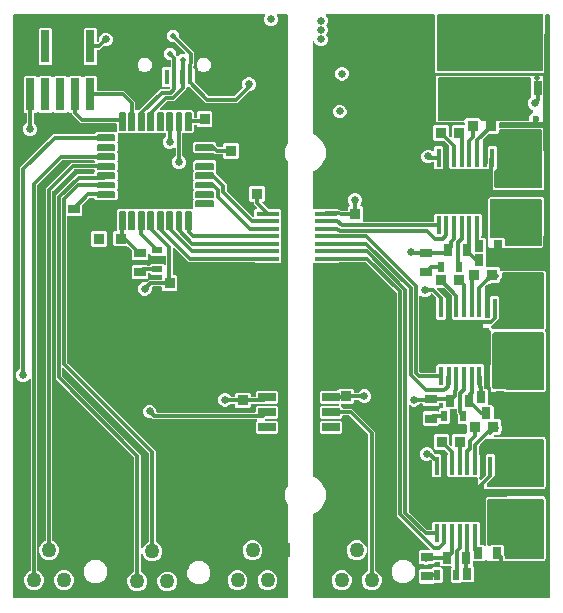
<source format=gtl>
G04 EAGLE Gerber RS-274X export*
G75*
%MOMM*%
%FSLAX34Y34*%
%LPD*%
%INTop Copper*%
%IPPOS*%
%AMOC8*
5,1,8,0,0,1.08239X$1,22.5*%
G01*
G04 Define Apertures*
%ADD10R,1.894100X0.410000*%
%ADD11C,0.137500*%
%ADD12R,0.406800X1.571900*%
%ADD13R,3.550000X2.460000*%
%ADD14R,0.973900X0.798700*%
%ADD15R,0.511800X0.911800*%
%ADD16R,0.920900X0.970200*%
%ADD17R,0.798700X0.973900*%
%ADD18R,0.970200X0.920900*%
%ADD19R,0.736600X2.794000*%
%ADD20R,3.000000X3.000000*%
%ADD21R,1.275000X1.275000*%
%ADD22C,1.275000*%
%ADD23R,1.525000X0.700000*%
%ADD24R,0.700000X1.150000*%
%ADD25R,1.000000X1.000000*%
%ADD26R,0.911800X0.511800*%
%ADD27R,0.450000X1.300000*%
%ADD28C,1.275000*%
%ADD29C,0.900000*%
%ADD30C,0.304800*%
%ADD31C,0.300000*%
%ADD32C,0.650000*%
%ADD33C,0.500000*%
%ADD34C,0.600000*%
%ADD35C,0.812800*%
G36*
X456535Y2822D02*
X456785Y2994D01*
X456949Y3249D01*
X457000Y3524D01*
X457000Y496476D01*
X456940Y496773D01*
X456768Y497023D01*
X456513Y497187D01*
X456238Y497238D01*
X453715Y497238D01*
X453417Y497178D01*
X453167Y497006D01*
X453004Y496751D01*
X452953Y496476D01*
X452953Y482278D01*
X452904Y481817D01*
X452808Y481499D01*
X452656Y481195D01*
X452418Y480872D01*
X452291Y480597D01*
X452270Y480421D01*
X452270Y449035D01*
X452246Y448775D01*
X452176Y448531D01*
X452060Y448308D01*
X451903Y448112D01*
X451710Y447952D01*
X451490Y447832D01*
X451250Y447759D01*
X450962Y447730D01*
X361035Y447730D01*
X360775Y447754D01*
X360531Y447824D01*
X360308Y447940D01*
X360112Y448097D01*
X359952Y448290D01*
X359832Y448510D01*
X359759Y448750D01*
X359730Y449038D01*
X359730Y496476D01*
X359670Y496773D01*
X359498Y497023D01*
X359243Y497187D01*
X358968Y497238D01*
X267802Y497238D01*
X267505Y497178D01*
X267255Y497006D01*
X267091Y496751D01*
X267040Y496452D01*
X267110Y496157D01*
X267263Y495937D01*
X267909Y495292D01*
X268790Y493164D01*
X268790Y490860D01*
X267909Y488732D01*
X267721Y488545D01*
X267554Y488292D01*
X267498Y487994D01*
X267563Y487698D01*
X267721Y487467D01*
X267909Y487280D01*
X268790Y485152D01*
X268790Y482848D01*
X267909Y480720D01*
X267727Y480539D01*
X267560Y480286D01*
X267504Y479988D01*
X267569Y479692D01*
X267727Y479461D01*
X267909Y479280D01*
X268790Y477152D01*
X268790Y474848D01*
X267909Y472720D01*
X266280Y471091D01*
X264152Y470210D01*
X261848Y470210D01*
X259720Y471091D01*
X258091Y472720D01*
X257466Y474230D01*
X257297Y474482D01*
X257042Y474647D01*
X256744Y474700D01*
X256448Y474633D01*
X256202Y474456D01*
X256045Y474196D01*
X256000Y473939D01*
X256000Y396425D01*
X256060Y396127D01*
X256232Y395877D01*
X256470Y395721D01*
X259630Y394412D01*
X264412Y389630D01*
X267000Y383382D01*
X267000Y376618D01*
X264412Y370370D01*
X259630Y365588D01*
X256470Y364279D01*
X256219Y364110D01*
X256053Y363856D01*
X256000Y363575D01*
X256000Y333437D01*
X256060Y333140D01*
X256232Y332890D01*
X256487Y332726D01*
X256762Y332675D01*
X277291Y332675D01*
X278611Y331355D01*
X278864Y331187D01*
X279125Y331132D01*
X284981Y330939D01*
X285280Y330990D01*
X285536Y331153D01*
X285708Y331403D01*
X285769Y331701D01*
X285769Y333579D01*
X286940Y334751D01*
X287221Y334751D01*
X287518Y334811D01*
X287768Y334983D01*
X287932Y335238D01*
X287983Y335537D01*
X287913Y335832D01*
X287760Y336052D01*
X287091Y336720D01*
X286210Y338848D01*
X286210Y341152D01*
X287091Y343280D01*
X288720Y344909D01*
X290848Y345790D01*
X293152Y345790D01*
X295280Y344909D01*
X296909Y343280D01*
X297790Y341152D01*
X297790Y338848D01*
X296909Y336720D01*
X296240Y336052D01*
X296073Y335799D01*
X296017Y335501D01*
X296082Y335205D01*
X296258Y334957D01*
X296516Y334798D01*
X296779Y334751D01*
X297806Y334751D01*
X298978Y333579D01*
X298978Y322166D01*
X299038Y321869D01*
X299209Y321619D01*
X299465Y321455D01*
X299740Y321404D01*
X358038Y321404D01*
X358335Y321464D01*
X358585Y321636D01*
X358749Y321891D01*
X358800Y322166D01*
X358800Y327298D01*
X359972Y328470D01*
X365774Y328470D01*
X365798Y328453D01*
X366096Y328398D01*
X366392Y328463D01*
X366402Y328470D01*
X372274Y328470D01*
X372298Y328453D01*
X372596Y328398D01*
X372892Y328463D01*
X372902Y328470D01*
X378774Y328470D01*
X378798Y328453D01*
X379096Y328398D01*
X379392Y328463D01*
X379402Y328470D01*
X385274Y328470D01*
X385298Y328453D01*
X385596Y328398D01*
X385892Y328463D01*
X385902Y328470D01*
X391774Y328470D01*
X391798Y328453D01*
X392096Y328398D01*
X392392Y328463D01*
X392402Y328470D01*
X398196Y328470D01*
X399368Y327298D01*
X399368Y309922D01*
X398616Y309170D01*
X398449Y308917D01*
X398393Y308619D01*
X398458Y308323D01*
X398634Y308076D01*
X398892Y307916D01*
X399155Y307870D01*
X401670Y307870D01*
X402842Y306698D01*
X402842Y295347D01*
X402902Y295049D01*
X402914Y295032D01*
X402914Y284154D01*
X402974Y283856D01*
X403145Y283606D01*
X403401Y283443D01*
X403676Y283392D01*
X413279Y283392D01*
X414451Y282220D01*
X414451Y281032D01*
X414511Y280735D01*
X414682Y280485D01*
X414938Y280321D01*
X415213Y280270D01*
X451965Y280270D01*
X452225Y280246D01*
X452470Y280176D01*
X452692Y280060D01*
X452888Y279903D01*
X453048Y279710D01*
X453168Y279490D01*
X453241Y279250D01*
X453270Y278962D01*
X453270Y231035D01*
X453246Y230775D01*
X453176Y230530D01*
X453044Y230276D01*
X452960Y229984D01*
X452997Y229683D01*
X453181Y229386D01*
X453238Y229328D01*
X453238Y228321D01*
X453242Y228246D01*
X453270Y227962D01*
X453270Y179035D01*
X453246Y178775D01*
X453176Y178531D01*
X453060Y178308D01*
X452903Y178112D01*
X452710Y177952D01*
X452490Y177832D01*
X452250Y177759D01*
X451962Y177730D01*
X408035Y177730D01*
X407775Y177754D01*
X407531Y177824D01*
X407308Y177940D01*
X407112Y178097D01*
X406952Y178290D01*
X406832Y178510D01*
X406759Y178750D01*
X406730Y179038D01*
X406730Y181565D01*
X406670Y181863D01*
X406507Y182104D01*
X406216Y182395D01*
X406216Y199771D01*
X406507Y200062D01*
X406674Y200315D01*
X406730Y200601D01*
X406730Y227965D01*
X406754Y228225D01*
X406824Y228469D01*
X406901Y228617D01*
X406984Y228908D01*
X406947Y229209D01*
X406796Y229472D01*
X406554Y229655D01*
X406224Y229730D01*
X401785Y229730D01*
X401525Y229754D01*
X401281Y229824D01*
X401058Y229940D01*
X400862Y230097D01*
X400702Y230290D01*
X400582Y230510D01*
X400509Y230750D01*
X400480Y231038D01*
X400480Y237896D01*
X400420Y238193D01*
X400248Y238443D01*
X399993Y238606D01*
X399718Y238658D01*
X394311Y238658D01*
X394286Y238674D01*
X393988Y238729D01*
X393692Y238664D01*
X393682Y238658D01*
X387811Y238658D01*
X387786Y238674D01*
X387488Y238729D01*
X387192Y238664D01*
X387182Y238658D01*
X381311Y238658D01*
X381286Y238674D01*
X380988Y238729D01*
X380692Y238664D01*
X380682Y238658D01*
X374888Y238658D01*
X373716Y239829D01*
X373716Y257205D01*
X374219Y257708D01*
X374387Y257961D01*
X374442Y258259D01*
X374377Y258555D01*
X374219Y258786D01*
X367776Y265229D01*
X367523Y265397D01*
X367237Y265453D01*
X362338Y265453D01*
X362041Y265392D01*
X361791Y265221D01*
X361628Y264965D01*
X361577Y264666D01*
X361647Y264371D01*
X361800Y264152D01*
X367352Y258600D01*
X367463Y258526D01*
X368784Y257205D01*
X368784Y239829D01*
X367612Y238658D01*
X361888Y238658D01*
X360716Y239829D01*
X360716Y257017D01*
X360656Y257314D01*
X360493Y257556D01*
X357131Y260918D01*
X356878Y261085D01*
X356580Y261141D01*
X356284Y261076D01*
X356036Y260900D01*
X355941Y260753D01*
X354280Y259091D01*
X352152Y258210D01*
X349848Y258210D01*
X347720Y259091D01*
X347640Y259171D01*
X347387Y259339D01*
X347089Y259394D01*
X346793Y259329D01*
X346546Y259154D01*
X346386Y258896D01*
X346340Y258633D01*
X346340Y194760D01*
X346400Y194463D01*
X346563Y194222D01*
X346684Y194100D01*
X346937Y193933D01*
X347223Y193877D01*
X359954Y193877D01*
X360251Y193937D01*
X360501Y194109D01*
X360665Y194364D01*
X360716Y194639D01*
X360716Y199771D01*
X361888Y200943D01*
X367690Y200943D01*
X367714Y200926D01*
X368012Y200871D01*
X368308Y200936D01*
X368318Y200943D01*
X374190Y200943D01*
X374214Y200926D01*
X374512Y200871D01*
X374808Y200936D01*
X374818Y200943D01*
X380690Y200943D01*
X380714Y200926D01*
X381012Y200871D01*
X381308Y200936D01*
X381318Y200943D01*
X387190Y200943D01*
X387214Y200926D01*
X387512Y200871D01*
X387808Y200936D01*
X387818Y200943D01*
X393690Y200943D01*
X393714Y200926D01*
X394012Y200871D01*
X394308Y200936D01*
X394318Y200943D01*
X400112Y200943D01*
X401284Y199771D01*
X401284Y182939D01*
X401342Y182653D01*
X401342Y180932D01*
X401402Y180634D01*
X401574Y180384D01*
X401829Y180221D01*
X402104Y180170D01*
X403370Y180170D01*
X404542Y178998D01*
X404542Y167557D01*
X404462Y167437D01*
X404407Y167139D01*
X404472Y166843D01*
X404647Y166596D01*
X404905Y166436D01*
X405169Y166389D01*
X408115Y166389D01*
X409287Y165218D01*
X409287Y155412D01*
X409347Y155115D01*
X409519Y154865D01*
X409774Y154702D01*
X410049Y154650D01*
X414084Y154650D01*
X415256Y153479D01*
X415256Y150188D01*
X415316Y149891D01*
X415479Y149649D01*
X416040Y149088D01*
X416040Y144912D01*
X415479Y144351D01*
X415311Y144098D01*
X415256Y143812D01*
X415256Y142120D01*
X414084Y140948D01*
X410392Y140948D01*
X410095Y140888D01*
X409853Y140725D01*
X409698Y140571D01*
X409531Y140318D01*
X409475Y140020D01*
X409540Y139724D01*
X409716Y139476D01*
X409974Y139317D01*
X410237Y139270D01*
X451965Y139270D01*
X452225Y139246D01*
X452470Y139176D01*
X452692Y139060D01*
X452888Y138903D01*
X453048Y138710D01*
X453168Y138490D01*
X453241Y138250D01*
X453270Y137962D01*
X453270Y97035D01*
X453241Y96717D01*
X453238Y96648D01*
X453238Y96372D01*
X452066Y95200D01*
X420410Y95200D01*
X420103Y95507D01*
X419850Y95674D01*
X419564Y95730D01*
X397035Y95730D01*
X396775Y95754D01*
X396531Y95824D01*
X396308Y95940D01*
X396112Y96097D01*
X395952Y96290D01*
X395832Y96510D01*
X395759Y96750D01*
X395730Y97038D01*
X395730Y104596D01*
X395670Y104893D01*
X395498Y105143D01*
X395243Y105306D01*
X394968Y105358D01*
X390611Y105358D01*
X390586Y105374D01*
X390288Y105429D01*
X389992Y105364D01*
X389982Y105358D01*
X384111Y105358D01*
X384086Y105374D01*
X383788Y105429D01*
X383492Y105364D01*
X383482Y105358D01*
X377611Y105358D01*
X377586Y105374D01*
X377288Y105429D01*
X376992Y105364D01*
X376982Y105358D01*
X371188Y105358D01*
X370016Y106529D01*
X370016Y123905D01*
X370905Y124794D01*
X371072Y125046D01*
X371128Y125344D01*
X371063Y125641D01*
X370905Y125871D01*
X368452Y128324D01*
X368199Y128491D01*
X367913Y128547D01*
X359896Y128547D01*
X358725Y129719D01*
X358725Y141077D01*
X359896Y142249D01*
X370762Y142249D01*
X371934Y141077D01*
X371934Y133060D01*
X371994Y132763D01*
X372157Y132522D01*
X372916Y131763D01*
X373169Y131595D01*
X373467Y131540D01*
X373763Y131605D01*
X374010Y131780D01*
X374170Y132038D01*
X374217Y132301D01*
X374217Y141077D01*
X375388Y142249D01*
X385793Y142249D01*
X386090Y142309D01*
X386340Y142481D01*
X386503Y142736D01*
X386555Y143011D01*
X386555Y149684D01*
X386494Y149981D01*
X386323Y150231D01*
X386067Y150394D01*
X385793Y150446D01*
X380204Y150446D01*
X379033Y151617D01*
X379033Y158384D01*
X378972Y158681D01*
X378809Y158922D01*
X378250Y159482D01*
X378250Y159517D01*
X378189Y159815D01*
X378111Y159955D01*
X378091Y159983D01*
X378238Y160818D01*
X378250Y160950D01*
X378250Y162481D01*
X378189Y162779D01*
X378018Y163029D01*
X377762Y163192D01*
X377463Y163243D01*
X377168Y163173D01*
X377135Y163151D01*
X372913Y163151D01*
X372615Y163090D01*
X372365Y162919D01*
X372202Y162663D01*
X372151Y162389D01*
X372151Y151617D01*
X370979Y150446D01*
X364167Y150446D01*
X364025Y150539D01*
X363727Y150595D01*
X363431Y150530D01*
X363200Y150372D01*
X361861Y149033D01*
X350465Y149033D01*
X349294Y150204D01*
X349294Y159848D01*
X350465Y161020D01*
X361927Y161020D01*
X361985Y160981D01*
X362283Y160926D01*
X362579Y160991D01*
X362826Y161166D01*
X362986Y161424D01*
X363033Y161688D01*
X363033Y162392D01*
X364204Y163564D01*
X365502Y163564D01*
X365799Y163624D01*
X366049Y163795D01*
X366212Y164051D01*
X366264Y164326D01*
X366264Y167774D01*
X366203Y168071D01*
X366032Y168321D01*
X365776Y168485D01*
X365502Y168536D01*
X363795Y168536D01*
X363497Y168476D01*
X363247Y168304D01*
X363084Y168049D01*
X363033Y167774D01*
X363033Y166508D01*
X361861Y165337D01*
X350465Y165337D01*
X349294Y166508D01*
X349294Y167444D01*
X349233Y167741D01*
X349062Y167991D01*
X348806Y168155D01*
X348532Y168206D01*
X347619Y168206D01*
X347322Y168146D01*
X347072Y167974D01*
X346915Y167736D01*
X346909Y167720D01*
X345280Y166091D01*
X343152Y165210D01*
X340848Y165210D01*
X338638Y166126D01*
X338528Y166198D01*
X338230Y166254D01*
X337934Y166189D01*
X337686Y166013D01*
X337527Y165755D01*
X337480Y165492D01*
X337480Y76787D01*
X337540Y76490D01*
X337703Y76248D01*
X353151Y60800D01*
X353404Y60633D01*
X353690Y60577D01*
X356254Y60577D01*
X356551Y60637D01*
X356801Y60809D01*
X356965Y61064D01*
X357016Y61339D01*
X357016Y66471D01*
X358188Y67643D01*
X363990Y67643D01*
X364014Y67626D01*
X364312Y67571D01*
X364608Y67636D01*
X364618Y67643D01*
X370490Y67643D01*
X370514Y67626D01*
X370812Y67571D01*
X371108Y67636D01*
X371118Y67643D01*
X376990Y67643D01*
X377014Y67626D01*
X377312Y67571D01*
X377608Y67636D01*
X377618Y67643D01*
X383490Y67643D01*
X383514Y67626D01*
X383812Y67571D01*
X384108Y67636D01*
X384118Y67643D01*
X389990Y67643D01*
X390014Y67626D01*
X390312Y67571D01*
X390608Y67636D01*
X390618Y67643D01*
X396412Y67643D01*
X397584Y66471D01*
X397584Y48932D01*
X397644Y48634D01*
X397816Y48384D01*
X398071Y48221D01*
X398346Y48170D01*
X400770Y48170D01*
X401429Y47510D01*
X401682Y47343D01*
X401980Y47287D01*
X402276Y47352D01*
X402524Y47528D01*
X402683Y47786D01*
X402730Y48049D01*
X402730Y48565D01*
X402670Y48863D01*
X402516Y49091D01*
X402516Y66476D01*
X402674Y66715D01*
X402730Y67001D01*
X402730Y86965D01*
X402754Y87225D01*
X402824Y87470D01*
X402940Y87692D01*
X403097Y87888D01*
X403290Y88048D01*
X403510Y88168D01*
X403750Y88241D01*
X404038Y88270D01*
X419164Y88270D01*
X419461Y88330D01*
X419703Y88493D01*
X420410Y89200D01*
X452066Y89200D01*
X453238Y88028D01*
X453238Y87321D01*
X453242Y87246D01*
X453270Y86962D01*
X453270Y36035D01*
X453246Y35775D01*
X453176Y35531D01*
X453060Y35308D01*
X452903Y35112D01*
X452710Y34952D01*
X452490Y34832D01*
X452250Y34759D01*
X451962Y34730D01*
X404035Y34730D01*
X403775Y34754D01*
X403531Y34824D01*
X403308Y34940D01*
X403112Y35097D01*
X402903Y35348D01*
X402896Y35342D01*
X402779Y35482D01*
X402509Y35620D01*
X402206Y35642D01*
X401919Y35544D01*
X401765Y35425D01*
X400770Y34431D01*
X392608Y34431D01*
X392310Y34370D01*
X392060Y34199D01*
X391897Y33943D01*
X391846Y33669D01*
X391846Y30771D01*
X391906Y30473D01*
X392069Y30232D01*
X393042Y29259D01*
X393042Y17863D01*
X391870Y16692D01*
X381945Y16692D01*
X381647Y16631D01*
X381406Y16468D01*
X380883Y15946D01*
X374108Y15946D01*
X372937Y17117D01*
X372937Y27892D01*
X373613Y28568D01*
X373780Y28821D01*
X373836Y29119D01*
X373771Y29415D01*
X373595Y29663D01*
X373337Y29822D01*
X373074Y29869D01*
X365917Y29869D01*
X365620Y29809D01*
X365370Y29637D01*
X365206Y29382D01*
X365155Y29083D01*
X365225Y28788D01*
X365378Y28568D01*
X366055Y27892D01*
X366055Y17117D01*
X364883Y15946D01*
X359305Y15946D01*
X359007Y15885D01*
X358766Y15722D01*
X358398Y15355D01*
X347002Y15355D01*
X345831Y16526D01*
X345831Y26170D01*
X347002Y27342D01*
X356175Y27342D01*
X356472Y27402D01*
X356722Y27573D01*
X356885Y27829D01*
X356888Y27843D01*
X358108Y29064D01*
X363692Y29064D01*
X363989Y29124D01*
X364239Y29295D01*
X364403Y29551D01*
X364454Y29850D01*
X364384Y30145D01*
X364231Y30364D01*
X363555Y31041D01*
X363555Y33183D01*
X363494Y33480D01*
X363323Y33730D01*
X363067Y33893D01*
X362793Y33945D01*
X360332Y33945D01*
X360034Y33884D01*
X359784Y33713D01*
X359621Y33457D01*
X359570Y33183D01*
X359570Y32830D01*
X358398Y31659D01*
X354386Y31659D01*
X354094Y31601D01*
X353152Y31210D01*
X350848Y31210D01*
X349906Y31601D01*
X349614Y31659D01*
X347002Y31659D01*
X345831Y32830D01*
X345831Y42474D01*
X347002Y43646D01*
X354457Y43646D01*
X354754Y43706D01*
X355004Y43877D01*
X355168Y44133D01*
X355219Y44432D01*
X355149Y44727D01*
X354996Y44946D01*
X327206Y72736D01*
X327206Y261207D01*
X327146Y261504D01*
X326983Y261746D01*
X301221Y287508D01*
X300968Y287675D01*
X300682Y287731D01*
X278863Y287731D01*
X278565Y287671D01*
X278324Y287508D01*
X277291Y286475D01*
X256762Y286475D01*
X256465Y286415D01*
X256215Y286243D01*
X256051Y285988D01*
X256000Y285713D01*
X256000Y106425D01*
X256060Y106127D01*
X256232Y105877D01*
X256470Y105721D01*
X259630Y104412D01*
X264412Y99630D01*
X267000Y93382D01*
X267000Y86618D01*
X264412Y80370D01*
X259630Y75588D01*
X256470Y74279D01*
X256219Y74110D01*
X256053Y73856D01*
X256000Y73575D01*
X256000Y3524D01*
X256060Y3227D01*
X256232Y2977D01*
X256487Y2813D01*
X256762Y2762D01*
X456238Y2762D01*
X456535Y2822D01*
G37*
%LPC*%
G36*
X279848Y441210D02*
X277720Y442091D01*
X276091Y443720D01*
X275210Y445848D01*
X275210Y448152D01*
X276091Y450280D01*
X277720Y451909D01*
X279848Y452790D01*
X282152Y452790D01*
X284280Y451909D01*
X285909Y450280D01*
X286790Y448152D01*
X286790Y445848D01*
X285909Y443720D01*
X284280Y442091D01*
X282152Y441210D01*
X279848Y441210D01*
G37*
G36*
X419097Y348603D02*
X418989Y348674D01*
X418703Y348730D01*
X410035Y348730D01*
X409775Y348754D01*
X409531Y348824D01*
X409308Y348940D01*
X409112Y349097D01*
X408952Y349290D01*
X408832Y349510D01*
X408759Y349750D01*
X408730Y350038D01*
X408730Y367968D01*
X408670Y368265D01*
X408498Y368515D01*
X408243Y368679D01*
X407968Y368730D01*
X406630Y368730D01*
X406333Y368670D01*
X406083Y368498D01*
X405919Y368243D01*
X405868Y367968D01*
X405868Y367356D01*
X404696Y366185D01*
X398895Y366185D01*
X398870Y366201D01*
X398572Y366256D01*
X398276Y366191D01*
X398266Y366185D01*
X392395Y366185D01*
X392370Y366201D01*
X392072Y366256D01*
X391776Y366191D01*
X391766Y366185D01*
X385895Y366185D01*
X385870Y366201D01*
X385572Y366256D01*
X385276Y366191D01*
X385266Y366185D01*
X379395Y366185D01*
X379370Y366201D01*
X379072Y366256D01*
X378776Y366191D01*
X378766Y366185D01*
X372972Y366185D01*
X371800Y367356D01*
X371800Y384734D01*
X371964Y384981D01*
X372020Y385279D01*
X371955Y385576D01*
X371797Y385806D01*
X367977Y389626D01*
X367724Y389793D01*
X367438Y389849D01*
X359421Y389849D01*
X358250Y391021D01*
X358250Y402379D01*
X359421Y403551D01*
X370287Y403551D01*
X371459Y402379D01*
X371459Y394362D01*
X371519Y394065D01*
X371682Y393824D01*
X372441Y393065D01*
X372694Y392897D01*
X372992Y392842D01*
X373288Y392907D01*
X373535Y393082D01*
X373695Y393340D01*
X373742Y393603D01*
X373742Y402379D01*
X374913Y403551D01*
X384189Y403551D01*
X384486Y403611D01*
X384736Y403783D01*
X384899Y404038D01*
X384951Y404313D01*
X384951Y404968D01*
X384890Y405265D01*
X384719Y405515D01*
X384463Y405679D01*
X384189Y405730D01*
X362035Y405730D01*
X361775Y405754D01*
X361531Y405824D01*
X361308Y405940D01*
X361112Y406097D01*
X360952Y406290D01*
X360832Y406510D01*
X360759Y406750D01*
X360730Y407038D01*
X360730Y443965D01*
X360754Y444225D01*
X360824Y444470D01*
X360940Y444692D01*
X361097Y444888D01*
X361290Y445048D01*
X361510Y445168D01*
X361750Y445241D01*
X362038Y445270D01*
X449965Y445270D01*
X450225Y445246D01*
X450470Y445176D01*
X450692Y445060D01*
X450888Y444903D01*
X451048Y444710D01*
X451168Y444490D01*
X451241Y444250D01*
X451270Y443962D01*
X451270Y407035D01*
X451246Y406775D01*
X451176Y406531D01*
X451060Y406308D01*
X450903Y406112D01*
X450710Y405952D01*
X450490Y405832D01*
X450250Y405759D01*
X449962Y405730D01*
X414414Y405730D01*
X414116Y405670D01*
X413866Y405498D01*
X413703Y405243D01*
X413652Y404968D01*
X413652Y402032D01*
X413712Y401735D01*
X413883Y401485D01*
X414139Y401321D01*
X414414Y401270D01*
X449965Y401270D01*
X450225Y401246D01*
X450470Y401176D01*
X450692Y401060D01*
X450888Y400903D01*
X451048Y400710D01*
X451168Y400490D01*
X451241Y400250D01*
X451270Y399962D01*
X451270Y382451D01*
X451330Y382154D01*
X451493Y381913D01*
X451974Y381432D01*
X451974Y349775D01*
X450803Y348603D01*
X419097Y348603D01*
G37*
G36*
X277848Y409210D02*
X275720Y410091D01*
X274091Y411720D01*
X273210Y413848D01*
X273210Y416152D01*
X274091Y418280D01*
X275720Y419909D01*
X277848Y420790D01*
X280152Y420790D01*
X282280Y419909D01*
X283909Y418280D01*
X284790Y416152D01*
X284790Y413848D01*
X283909Y411720D01*
X282280Y410091D01*
X280152Y409210D01*
X277848Y409210D01*
G37*
G36*
X359972Y366185D02*
X358800Y367356D01*
X358800Y371772D01*
X358740Y372069D01*
X358568Y372319D01*
X358313Y372483D01*
X358014Y372534D01*
X357719Y372464D01*
X357499Y372311D01*
X357280Y372091D01*
X355152Y371210D01*
X352848Y371210D01*
X350720Y372091D01*
X349091Y373720D01*
X348210Y375848D01*
X348210Y378152D01*
X349091Y380280D01*
X350720Y381909D01*
X352848Y382790D01*
X355152Y382790D01*
X357280Y381909D01*
X357499Y381689D01*
X357752Y381522D01*
X358050Y381466D01*
X358346Y381531D01*
X358594Y381707D01*
X358753Y381965D01*
X358800Y382228D01*
X358800Y384732D01*
X359972Y385904D01*
X365696Y385904D01*
X366868Y384732D01*
X366868Y367356D01*
X365696Y366185D01*
X359972Y366185D01*
G37*
G36*
X406209Y299730D02*
X405949Y299754D01*
X405704Y299824D01*
X405482Y299940D01*
X405286Y300097D01*
X405126Y300290D01*
X405006Y300510D01*
X404933Y300750D01*
X404904Y301038D01*
X404904Y309003D01*
X404844Y309300D01*
X404681Y309541D01*
X404300Y309922D01*
X404300Y327298D01*
X404681Y327679D01*
X404848Y327932D01*
X404904Y328217D01*
X404904Y340965D01*
X404928Y341225D01*
X404998Y341470D01*
X405114Y341692D01*
X405271Y341888D01*
X405464Y342048D01*
X405684Y342168D01*
X405924Y342241D01*
X406212Y342270D01*
X418497Y342270D01*
X418794Y342330D01*
X419036Y342493D01*
X419146Y342603D01*
X450803Y342603D01*
X451974Y341432D01*
X451974Y309775D01*
X451493Y309294D01*
X451326Y309041D01*
X451270Y308755D01*
X451270Y301035D01*
X451246Y300775D01*
X451176Y300531D01*
X451060Y300308D01*
X450903Y300112D01*
X450710Y299952D01*
X450490Y299832D01*
X450250Y299759D01*
X449962Y299730D01*
X406209Y299730D01*
G37*
G36*
X304434Y9725D02*
X301356Y11000D01*
X299000Y13356D01*
X297725Y16434D01*
X297725Y19766D01*
X299000Y22844D01*
X301356Y25200D01*
X302836Y25813D01*
X303087Y25982D01*
X303253Y26237D01*
X303306Y26517D01*
X303306Y141427D01*
X303246Y141724D01*
X303083Y141966D01*
X287616Y157433D01*
X287363Y157600D01*
X287077Y157656D01*
X282107Y157656D01*
X281810Y157596D01*
X281560Y157424D01*
X281396Y157169D01*
X281345Y156894D01*
X281345Y156122D01*
X280173Y154950D01*
X263267Y154950D01*
X262095Y156122D01*
X262095Y164778D01*
X263267Y165950D01*
X277880Y165950D01*
X278178Y166010D01*
X278428Y166182D01*
X278591Y166437D01*
X278642Y166736D01*
X278572Y167031D01*
X278419Y167251D01*
X278243Y167427D01*
X277990Y167594D01*
X277704Y167650D01*
X263267Y167650D01*
X262095Y168822D01*
X262095Y177478D01*
X263267Y178650D01*
X276487Y178650D01*
X276784Y178710D01*
X277034Y178882D01*
X277198Y179137D01*
X277220Y179258D01*
X278421Y180459D01*
X289779Y180459D01*
X290951Y179287D01*
X290951Y177410D01*
X291011Y177113D01*
X291183Y176863D01*
X291438Y176699D01*
X291713Y176648D01*
X294321Y176648D01*
X294618Y176708D01*
X294868Y176880D01*
X295025Y177118D01*
X295091Y177280D01*
X296720Y178909D01*
X298848Y179790D01*
X301152Y179790D01*
X303280Y178909D01*
X304909Y177280D01*
X305790Y175152D01*
X305790Y172848D01*
X304909Y170720D01*
X303280Y169091D01*
X301152Y168210D01*
X298848Y168210D01*
X296720Y169091D01*
X294987Y170825D01*
X294976Y170842D01*
X294721Y171007D01*
X294442Y171060D01*
X291713Y171060D01*
X291416Y171000D01*
X291166Y170828D01*
X291002Y170573D01*
X290951Y170298D01*
X290951Y168421D01*
X289779Y167250D01*
X280714Y167250D01*
X280416Y167189D01*
X280166Y167018D01*
X280003Y166762D01*
X279952Y166463D01*
X280022Y166168D01*
X280175Y165949D01*
X281345Y164778D01*
X281345Y164006D01*
X281405Y163709D01*
X281577Y163459D01*
X281832Y163295D01*
X282107Y163244D01*
X289707Y163244D01*
X308894Y144057D01*
X308894Y26517D01*
X308954Y26220D01*
X309126Y25970D01*
X309364Y25813D01*
X310844Y25200D01*
X313200Y22844D01*
X314475Y19766D01*
X314475Y16434D01*
X313200Y13356D01*
X310844Y11000D01*
X307766Y9725D01*
X304434Y9725D01*
G37*
G36*
X263267Y142250D02*
X262095Y143422D01*
X262095Y152078D01*
X263267Y153250D01*
X280173Y153250D01*
X281345Y152078D01*
X281345Y143422D01*
X280173Y142250D01*
X263267Y142250D01*
G37*
G36*
X358188Y105358D02*
X357016Y106529D01*
X357016Y118984D01*
X356956Y119281D01*
X356793Y119523D01*
X356601Y119715D01*
X356348Y119883D01*
X356050Y119938D01*
X355770Y119880D01*
X354152Y119210D01*
X351848Y119210D01*
X349720Y120091D01*
X348091Y121720D01*
X347210Y123848D01*
X347210Y126152D01*
X348091Y128280D01*
X349720Y129909D01*
X351848Y130790D01*
X354152Y130790D01*
X356280Y129909D01*
X357909Y128280D01*
X358790Y126152D01*
X358790Y125839D01*
X358850Y125541D01*
X359022Y125291D01*
X359277Y125128D01*
X359552Y125077D01*
X363912Y125077D01*
X365084Y123905D01*
X365084Y106529D01*
X363912Y105358D01*
X358188Y105358D01*
G37*
G36*
X291734Y35125D02*
X288656Y36400D01*
X286300Y38756D01*
X285025Y41834D01*
X285025Y45166D01*
X286300Y48244D01*
X288656Y50600D01*
X291734Y51875D01*
X295066Y51875D01*
X298144Y50600D01*
X300500Y48244D01*
X301775Y45166D01*
X301775Y41834D01*
X300500Y38756D01*
X298144Y36400D01*
X295066Y35125D01*
X291734Y35125D01*
G37*
G36*
X330187Y15750D02*
X328522Y16712D01*
X328432Y16756D01*
X327277Y17234D01*
X326884Y17627D01*
X326726Y17748D01*
X325663Y18363D01*
X325048Y19426D01*
X324927Y19584D01*
X324534Y19977D01*
X324056Y21132D01*
X324012Y21222D01*
X323050Y22887D01*
X323050Y28113D01*
X324012Y29778D01*
X324056Y29868D01*
X324534Y31023D01*
X324927Y31416D01*
X325048Y31574D01*
X325663Y32638D01*
X326726Y33252D01*
X326884Y33373D01*
X327277Y33766D01*
X328432Y34244D01*
X328522Y34288D01*
X330187Y35250D01*
X335413Y35250D01*
X337078Y34288D01*
X337168Y34244D01*
X338323Y33766D01*
X338716Y33373D01*
X338874Y33252D01*
X339938Y32638D01*
X340552Y31574D01*
X340673Y31416D01*
X341066Y31023D01*
X341544Y29868D01*
X341588Y29778D01*
X342550Y28113D01*
X342550Y22887D01*
X341588Y21222D01*
X341544Y21132D01*
X341066Y19977D01*
X340673Y19584D01*
X340552Y19426D01*
X339938Y18363D01*
X338874Y17748D01*
X338716Y17627D01*
X338323Y17234D01*
X337168Y16756D01*
X337078Y16712D01*
X335413Y15750D01*
X330187Y15750D01*
G37*
G36*
X279034Y9725D02*
X275956Y11000D01*
X273600Y13356D01*
X272325Y16434D01*
X272325Y19766D01*
X273600Y22844D01*
X275956Y25200D01*
X279034Y26475D01*
X282366Y26475D01*
X285444Y25200D01*
X287800Y22844D01*
X289075Y19766D01*
X289075Y16434D01*
X287800Y13356D01*
X285444Y11000D01*
X282366Y9725D01*
X279034Y9725D01*
G37*
%LPD*%
G36*
X234543Y2821D02*
X234789Y2990D01*
X234950Y3242D01*
X235000Y3512D01*
X235000Y22427D01*
X234900Y22802D01*
X234850Y22888D01*
X234850Y28113D01*
X234900Y28198D01*
X235000Y28573D01*
X235000Y81641D01*
X234943Y81928D01*
X233000Y86618D01*
X233000Y93382D01*
X234943Y98072D01*
X235000Y98359D01*
X235000Y371641D01*
X234943Y371928D01*
X233000Y376618D01*
X233000Y383382D01*
X234943Y388072D01*
X235000Y388359D01*
X235000Y496488D01*
X234941Y496781D01*
X234772Y497027D01*
X234520Y497188D01*
X234250Y497238D01*
X226634Y497238D01*
X226342Y497179D01*
X226095Y497010D01*
X225935Y496758D01*
X225884Y496464D01*
X225941Y496201D01*
X226790Y494152D01*
X226790Y491848D01*
X225909Y489720D01*
X224280Y488091D01*
X222152Y487210D01*
X219848Y487210D01*
X217720Y488091D01*
X216091Y489720D01*
X215210Y491848D01*
X215210Y494152D01*
X216059Y496201D01*
X216116Y496494D01*
X216054Y496786D01*
X215883Y497031D01*
X215631Y497190D01*
X215366Y497238D01*
X3512Y497238D01*
X3219Y497179D01*
X2973Y497010D01*
X2812Y496758D01*
X2762Y496488D01*
X2762Y3512D01*
X2821Y3219D01*
X2990Y2973D01*
X3242Y2812D01*
X3512Y2762D01*
X234250Y2762D01*
X234543Y2821D01*
G37*
%LPC*%
G36*
X100076Y476758D02*
X99903Y476781D01*
X99733Y476819D01*
X99566Y476871D01*
X99405Y476938D01*
X99250Y477019D01*
X99103Y477112D01*
X98965Y477219D01*
X98836Y477336D01*
X98719Y477465D01*
X98612Y477603D01*
X98519Y477750D01*
X98438Y477905D01*
X98371Y478066D01*
X98319Y478233D01*
X98281Y478403D01*
X98258Y478576D01*
X98250Y478766D01*
X98250Y485234D01*
X98258Y485424D01*
X98281Y485597D01*
X98319Y485767D01*
X98371Y485934D01*
X98438Y486095D01*
X98519Y486250D01*
X98612Y486397D01*
X98719Y486535D01*
X98836Y486664D01*
X98965Y486782D01*
X99103Y486888D01*
X99250Y486981D01*
X99405Y487062D01*
X99566Y487129D01*
X99733Y487181D01*
X99903Y487219D01*
X100076Y487242D01*
X100250Y487249D01*
X100424Y487242D01*
X100597Y487219D01*
X100767Y487181D01*
X100934Y487129D01*
X101095Y487062D01*
X101250Y486981D01*
X101397Y486888D01*
X101535Y486782D01*
X101664Y486664D01*
X101782Y486535D01*
X101888Y486397D01*
X101981Y486250D01*
X102062Y486095D01*
X102129Y485934D01*
X102181Y485767D01*
X102219Y485597D01*
X102242Y485424D01*
X102250Y485234D01*
X102250Y478766D01*
X102242Y478576D01*
X102219Y478403D01*
X102181Y478233D01*
X102129Y478066D01*
X102062Y477905D01*
X101981Y477750D01*
X101888Y477603D01*
X101782Y477465D01*
X101664Y477336D01*
X101535Y477219D01*
X101397Y477112D01*
X101250Y477019D01*
X101095Y476938D01*
X100934Y476871D01*
X100767Y476819D01*
X100597Y476781D01*
X100424Y476758D01*
X100250Y476751D01*
X100076Y476758D01*
G37*
G36*
X177576Y476758D02*
X177403Y476781D01*
X177233Y476819D01*
X177066Y476871D01*
X176905Y476938D01*
X176750Y477019D01*
X176603Y477112D01*
X176465Y477219D01*
X176336Y477336D01*
X176219Y477465D01*
X176112Y477603D01*
X176019Y477750D01*
X175938Y477905D01*
X175871Y478066D01*
X175819Y478233D01*
X175781Y478403D01*
X175758Y478576D01*
X175750Y478766D01*
X175750Y485234D01*
X175758Y485424D01*
X175781Y485597D01*
X175819Y485767D01*
X175871Y485934D01*
X175938Y486095D01*
X176019Y486250D01*
X176112Y486397D01*
X176219Y486535D01*
X176336Y486664D01*
X176465Y486782D01*
X176603Y486888D01*
X176750Y486981D01*
X176905Y487062D01*
X177066Y487129D01*
X177233Y487181D01*
X177403Y487219D01*
X177576Y487242D01*
X177750Y487249D01*
X177924Y487242D01*
X178097Y487219D01*
X178267Y487181D01*
X178434Y487129D01*
X178595Y487062D01*
X178750Y486981D01*
X178897Y486888D01*
X179035Y486782D01*
X179164Y486664D01*
X179282Y486535D01*
X179388Y486397D01*
X179481Y486250D01*
X179562Y486095D01*
X179629Y485934D01*
X179681Y485767D01*
X179719Y485597D01*
X179742Y485424D01*
X179750Y485234D01*
X179750Y478766D01*
X179742Y478576D01*
X179719Y478403D01*
X179681Y478233D01*
X179629Y478066D01*
X179562Y477905D01*
X179481Y477750D01*
X179388Y477603D01*
X179282Y477465D01*
X179164Y477336D01*
X179035Y477219D01*
X178897Y477112D01*
X178750Y477019D01*
X178595Y476938D01*
X178434Y476871D01*
X178267Y476819D01*
X178097Y476781D01*
X177924Y476758D01*
X177750Y476751D01*
X177576Y476758D01*
G37*
G36*
X63489Y454150D02*
X62317Y455322D01*
X62317Y484918D01*
X63489Y486090D01*
X72511Y486090D01*
X73683Y484918D01*
X73683Y474445D01*
X73742Y474152D01*
X73911Y473906D01*
X74163Y473745D01*
X74457Y473695D01*
X74747Y473764D01*
X74963Y473915D01*
X75057Y474008D01*
X75222Y474257D01*
X75276Y474550D01*
X75219Y474826D01*
X75210Y474848D01*
X75210Y477152D01*
X76091Y479280D01*
X77720Y480909D01*
X79848Y481790D01*
X82152Y481790D01*
X84280Y480909D01*
X85909Y479280D01*
X86790Y477152D01*
X86790Y474848D01*
X85909Y472720D01*
X84280Y471091D01*
X82152Y470210D01*
X79848Y470210D01*
X79826Y470219D01*
X79533Y470277D01*
X79240Y470215D01*
X79008Y470057D01*
X76277Y467326D01*
X74433Y467326D01*
X74140Y467267D01*
X73894Y467098D01*
X73733Y466846D01*
X73683Y466576D01*
X73683Y455322D01*
X72511Y454150D01*
X63489Y454150D01*
G37*
G36*
X25389Y454150D02*
X24217Y455322D01*
X24217Y484918D01*
X25389Y486090D01*
X34411Y486090D01*
X35583Y484918D01*
X35583Y455322D01*
X34411Y454150D01*
X25389Y454150D01*
G37*
G36*
X106034Y8725D02*
X102956Y10000D01*
X100600Y12356D01*
X99325Y15434D01*
X99325Y18766D01*
X100600Y21844D01*
X102956Y24200D01*
X104443Y24816D01*
X104691Y24983D01*
X104853Y25233D01*
X104906Y25509D01*
X104906Y121832D01*
X104847Y122125D01*
X104686Y122362D01*
X38395Y188654D01*
X38395Y343452D01*
X56810Y361868D01*
X70650Y361868D01*
X70943Y361927D01*
X71189Y362096D01*
X71350Y362348D01*
X71400Y362618D01*
X71400Y363976D01*
X71694Y364270D01*
X71859Y364519D01*
X71914Y364812D01*
X71850Y365104D01*
X71694Y365330D01*
X71238Y365786D01*
X70989Y365951D01*
X70708Y366006D01*
X54298Y366006D01*
X54005Y365947D01*
X53768Y365786D01*
X35852Y347870D01*
X35687Y347622D01*
X35632Y347340D01*
X35632Y51909D01*
X35691Y51616D01*
X35860Y51370D01*
X36095Y51216D01*
X37582Y50600D01*
X39938Y48244D01*
X41213Y45166D01*
X41213Y41834D01*
X39938Y38756D01*
X37582Y36400D01*
X34504Y35125D01*
X31172Y35125D01*
X28094Y36400D01*
X25738Y38756D01*
X24463Y41834D01*
X24463Y45166D01*
X25738Y48244D01*
X28094Y50600D01*
X29581Y51216D01*
X29829Y51383D01*
X29991Y51633D01*
X30044Y51909D01*
X30044Y349965D01*
X51673Y371594D01*
X70708Y371594D01*
X71000Y371653D01*
X71238Y371814D01*
X71694Y372270D01*
X71859Y372519D01*
X71914Y372812D01*
X71850Y373104D01*
X71694Y373330D01*
X71238Y373786D01*
X70989Y373951D01*
X70708Y374006D01*
X44668Y374006D01*
X44375Y373947D01*
X44138Y373786D01*
X23152Y352800D01*
X22987Y352552D01*
X22932Y352270D01*
X22932Y26509D01*
X22991Y26216D01*
X23160Y25970D01*
X23395Y25816D01*
X24882Y25200D01*
X27238Y22844D01*
X28513Y19766D01*
X28513Y16434D01*
X27238Y13356D01*
X24882Y11000D01*
X21804Y9725D01*
X18472Y9725D01*
X15394Y11000D01*
X13038Y13356D01*
X11763Y16434D01*
X11763Y19766D01*
X13038Y22844D01*
X15394Y25200D01*
X16881Y25816D01*
X17129Y25983D01*
X17291Y26233D01*
X17344Y26509D01*
X17344Y188415D01*
X17285Y188708D01*
X17116Y188954D01*
X16864Y189115D01*
X16570Y189165D01*
X16280Y189096D01*
X16039Y188920D01*
X15919Y188731D01*
X14280Y187091D01*
X12152Y186210D01*
X9848Y186210D01*
X7720Y187091D01*
X6091Y188720D01*
X5210Y190848D01*
X5210Y193152D01*
X6091Y195280D01*
X7720Y196909D01*
X7743Y196918D01*
X7991Y197085D01*
X8153Y197335D01*
X8206Y197611D01*
X8206Y367157D01*
X36643Y395594D01*
X70708Y395594D01*
X71000Y395653D01*
X71238Y395814D01*
X72974Y397550D01*
X89500Y397550D01*
X89793Y397609D01*
X90039Y397778D01*
X90200Y398030D01*
X90250Y398300D01*
X90250Y404456D01*
X90191Y404749D01*
X90022Y404995D01*
X89770Y405156D01*
X89500Y405206D01*
X59574Y405206D01*
X52506Y412274D01*
X52506Y412760D01*
X52447Y413053D01*
X52278Y413299D01*
X52026Y413460D01*
X51756Y413510D01*
X50789Y413510D01*
X49480Y414818D01*
X49231Y414983D01*
X48938Y415038D01*
X48647Y414974D01*
X48420Y414818D01*
X47111Y413510D01*
X38089Y413510D01*
X36780Y414818D01*
X36531Y414983D01*
X36238Y415038D01*
X35947Y414974D01*
X35720Y414818D01*
X34411Y413510D01*
X25389Y413510D01*
X24080Y414818D01*
X23831Y414983D01*
X23538Y415038D01*
X23247Y414974D01*
X23020Y414818D01*
X21711Y413510D01*
X20744Y413510D01*
X20451Y413451D01*
X20205Y413282D01*
X20044Y413030D01*
X19994Y412760D01*
X19994Y405505D01*
X20053Y405212D01*
X20214Y404975D01*
X21909Y403280D01*
X22790Y401152D01*
X22790Y398848D01*
X21909Y396720D01*
X20280Y395091D01*
X18152Y394210D01*
X15848Y394210D01*
X13720Y395091D01*
X12091Y396720D01*
X11210Y398848D01*
X11210Y401152D01*
X12091Y403280D01*
X13720Y404909D01*
X13943Y405001D01*
X14191Y405168D01*
X14353Y405418D01*
X14406Y405694D01*
X14406Y412760D01*
X14347Y413053D01*
X14178Y413299D01*
X13926Y413460D01*
X13656Y413510D01*
X12689Y413510D01*
X11517Y414682D01*
X11517Y444278D01*
X12689Y445450D01*
X21711Y445450D01*
X23020Y444142D01*
X23269Y443977D01*
X23562Y443922D01*
X23854Y443986D01*
X24080Y444142D01*
X25389Y445450D01*
X34411Y445450D01*
X35720Y444142D01*
X35969Y443977D01*
X36262Y443922D01*
X36554Y443986D01*
X36780Y444142D01*
X38089Y445450D01*
X47111Y445450D01*
X48420Y444142D01*
X48669Y443977D01*
X48962Y443922D01*
X49254Y443986D01*
X49480Y444142D01*
X50789Y445450D01*
X59811Y445450D01*
X61120Y444142D01*
X61369Y443977D01*
X61662Y443922D01*
X61954Y443986D01*
X62180Y444142D01*
X63489Y445450D01*
X72511Y445450D01*
X73683Y444278D01*
X73683Y433024D01*
X73742Y432731D01*
X73911Y432485D01*
X74163Y432324D01*
X74433Y432274D01*
X96735Y432274D01*
X105794Y423215D01*
X105794Y417092D01*
X105853Y416800D01*
X106014Y416562D01*
X106470Y416106D01*
X106719Y415941D01*
X107012Y415886D01*
X107304Y415951D01*
X107530Y416106D01*
X107824Y416400D01*
X109407Y416400D01*
X109700Y416459D01*
X109937Y416620D01*
X127112Y433794D01*
X134766Y433794D01*
X135058Y433853D01*
X135296Y434014D01*
X135502Y434220D01*
X135667Y434469D01*
X135722Y434762D01*
X135658Y435054D01*
X135485Y435297D01*
X135231Y435454D01*
X134972Y435500D01*
X129422Y435500D01*
X128250Y436672D01*
X128250Y451328D01*
X129422Y452500D01*
X135456Y452500D01*
X135749Y452559D01*
X135995Y452728D01*
X136156Y452980D01*
X136206Y453250D01*
X136206Y458210D01*
X136147Y458503D01*
X135978Y458749D01*
X135726Y458910D01*
X135456Y458960D01*
X132912Y458960D01*
X129960Y461912D01*
X129960Y466088D01*
X132912Y469040D01*
X137088Y469040D01*
X140040Y466088D01*
X140040Y463222D01*
X140099Y462929D01*
X140260Y462692D01*
X141382Y461570D01*
X141630Y461405D01*
X141924Y461350D01*
X142215Y461414D01*
X142442Y461570D01*
X144412Y463540D01*
X147698Y463540D01*
X147991Y463599D01*
X148237Y463768D01*
X148398Y464020D01*
X148448Y464314D01*
X148379Y464604D01*
X148228Y464820D01*
X139308Y473740D01*
X139060Y473905D01*
X138778Y473960D01*
X135912Y473960D01*
X132960Y476912D01*
X132960Y481088D01*
X135912Y484040D01*
X140088Y484040D01*
X143040Y481088D01*
X143040Y478222D01*
X143099Y477929D01*
X143260Y477692D01*
X155858Y465093D01*
X155858Y454624D01*
X155014Y453779D01*
X154849Y453531D01*
X154794Y453249D01*
X154794Y453095D01*
X154853Y452803D01*
X155014Y452565D01*
X156250Y451328D01*
X156250Y440012D01*
X156309Y439719D01*
X156470Y439482D01*
X167938Y428014D01*
X168187Y427849D01*
X168468Y427794D01*
X189532Y427794D01*
X189825Y427853D01*
X190062Y428014D01*
X196643Y434594D01*
X196808Y434843D01*
X196862Y435136D01*
X196805Y435411D01*
X196210Y436848D01*
X196210Y439152D01*
X197091Y441280D01*
X198720Y442909D01*
X200848Y443790D01*
X203152Y443790D01*
X205280Y442909D01*
X206909Y441280D01*
X207790Y439152D01*
X207790Y436848D01*
X206909Y434720D01*
X205280Y433091D01*
X203152Y432210D01*
X202472Y432210D01*
X202179Y432151D01*
X201942Y431990D01*
X192157Y422206D01*
X165843Y422206D01*
X152768Y435280D01*
X152520Y435445D01*
X152238Y435500D01*
X149770Y435500D01*
X149477Y435441D01*
X149231Y435272D01*
X149070Y435020D01*
X149020Y434750D01*
X149020Y433728D01*
X139180Y423888D01*
X133419Y423888D01*
X133127Y423829D01*
X132889Y423668D01*
X126901Y417680D01*
X126736Y417431D01*
X126681Y417138D01*
X126745Y416847D01*
X126918Y416603D01*
X127172Y416446D01*
X127431Y416400D01*
X130176Y416400D01*
X130470Y416106D01*
X130719Y415941D01*
X131012Y415886D01*
X131304Y415951D01*
X131530Y416106D01*
X131824Y416400D01*
X138176Y416400D01*
X138470Y416106D01*
X138719Y415941D01*
X139012Y415886D01*
X139304Y415951D01*
X139530Y416106D01*
X139824Y416400D01*
X146176Y416400D01*
X146470Y416106D01*
X146719Y415941D01*
X147012Y415886D01*
X147304Y415951D01*
X147530Y416106D01*
X147824Y416400D01*
X154176Y416400D01*
X155750Y414826D01*
X155750Y410144D01*
X155809Y409851D01*
X155978Y409605D01*
X156230Y409444D01*
X156500Y409394D01*
X157217Y409394D01*
X157509Y409453D01*
X157755Y409622D01*
X157916Y409874D01*
X157967Y410144D01*
X157967Y414323D01*
X159138Y415494D01*
X170004Y415494D01*
X171176Y414323D01*
X171176Y402964D01*
X170004Y401792D01*
X159138Y401792D01*
X157967Y402964D01*
X157967Y403056D01*
X157907Y403349D01*
X157738Y403595D01*
X157487Y403756D01*
X157217Y403806D01*
X156500Y403806D01*
X156207Y403747D01*
X155961Y403578D01*
X155800Y403326D01*
X155750Y403056D01*
X155750Y398374D01*
X154176Y396800D01*
X147824Y396800D01*
X147530Y397094D01*
X147281Y397259D01*
X146988Y397314D01*
X146697Y397250D01*
X146470Y397094D01*
X146014Y396638D01*
X145849Y396389D01*
X145794Y396108D01*
X145794Y377611D01*
X145853Y377318D01*
X146022Y377072D01*
X146257Y376918D01*
X146280Y376909D01*
X147909Y375280D01*
X148790Y373152D01*
X148790Y370848D01*
X147909Y368720D01*
X146280Y367091D01*
X144152Y366210D01*
X141848Y366210D01*
X139720Y367091D01*
X138091Y368720D01*
X137210Y370848D01*
X137210Y373152D01*
X138091Y375280D01*
X139720Y376909D01*
X139743Y376918D01*
X139991Y377085D01*
X140153Y377335D01*
X140206Y377611D01*
X140206Y384207D01*
X140147Y384500D01*
X139978Y384746D01*
X139726Y384907D01*
X139432Y384957D01*
X139142Y384888D01*
X138926Y384737D01*
X138280Y384091D01*
X136152Y383210D01*
X133848Y383210D01*
X131720Y384091D01*
X130091Y385720D01*
X129210Y387848D01*
X129210Y390152D01*
X130091Y392280D01*
X131720Y393909D01*
X131743Y393918D01*
X131991Y394085D01*
X132153Y394335D01*
X132206Y394611D01*
X132206Y396108D01*
X132147Y396400D01*
X131986Y396638D01*
X131530Y397094D01*
X131281Y397259D01*
X130988Y397314D01*
X130697Y397250D01*
X130470Y397094D01*
X130176Y396800D01*
X123824Y396800D01*
X123530Y397094D01*
X123281Y397259D01*
X122988Y397314D01*
X122697Y397250D01*
X122470Y397094D01*
X122176Y396800D01*
X115824Y396800D01*
X115530Y397094D01*
X115281Y397259D01*
X114988Y397314D01*
X114697Y397250D01*
X114470Y397094D01*
X114176Y396800D01*
X107824Y396800D01*
X107530Y397094D01*
X107281Y397259D01*
X106988Y397314D01*
X106697Y397250D01*
X106470Y397094D01*
X106176Y396800D01*
X99824Y396800D01*
X99530Y397094D01*
X99281Y397259D01*
X98988Y397314D01*
X98697Y397250D01*
X98470Y397094D01*
X98176Y396800D01*
X91750Y396800D01*
X91457Y396741D01*
X91211Y396572D01*
X91050Y396320D01*
X91000Y396050D01*
X91000Y389624D01*
X90706Y389330D01*
X90541Y389081D01*
X90486Y388788D01*
X90551Y388497D01*
X90706Y388270D01*
X91000Y387976D01*
X91000Y381624D01*
X90706Y381330D01*
X90541Y381081D01*
X90486Y380788D01*
X90551Y380497D01*
X90706Y380270D01*
X91000Y379976D01*
X91000Y373624D01*
X90706Y373330D01*
X90541Y373081D01*
X90486Y372788D01*
X90551Y372497D01*
X90706Y372270D01*
X91000Y371976D01*
X91000Y365624D01*
X90706Y365330D01*
X90541Y365081D01*
X90486Y364788D01*
X90551Y364497D01*
X90706Y364270D01*
X91000Y363976D01*
X91000Y357624D01*
X90706Y357330D01*
X90541Y357081D01*
X90486Y356788D01*
X90551Y356497D01*
X90706Y356270D01*
X91000Y355976D01*
X91000Y349624D01*
X90706Y349330D01*
X90541Y349081D01*
X90486Y348788D01*
X90551Y348497D01*
X90706Y348270D01*
X91000Y347976D01*
X91000Y341624D01*
X89426Y340050D01*
X72974Y340050D01*
X71238Y341786D01*
X70989Y341951D01*
X70708Y342006D01*
X67616Y342006D01*
X67323Y341947D01*
X67086Y341786D01*
X60989Y335690D01*
X60824Y335441D01*
X60770Y335160D01*
X60770Y327730D01*
X59598Y326559D01*
X49051Y326559D01*
X48758Y326499D01*
X48512Y326330D01*
X48351Y326079D01*
X48301Y325809D01*
X48301Y202961D01*
X48360Y202669D01*
X48520Y202431D01*
X123194Y127757D01*
X123194Y50909D01*
X123253Y50616D01*
X123422Y50370D01*
X123657Y50216D01*
X125144Y49600D01*
X127500Y47244D01*
X128775Y44166D01*
X128775Y40834D01*
X127500Y37756D01*
X125144Y35400D01*
X122066Y34125D01*
X118734Y34125D01*
X115656Y35400D01*
X113300Y37756D01*
X112025Y40834D01*
X112025Y44166D01*
X113300Y47244D01*
X115656Y49600D01*
X117143Y50216D01*
X117391Y50383D01*
X117553Y50633D01*
X117606Y50909D01*
X117606Y125132D01*
X117547Y125425D01*
X117386Y125662D01*
X45263Y197786D01*
X45014Y197951D01*
X44721Y198005D01*
X44429Y197941D01*
X44186Y197769D01*
X44029Y197515D01*
X43983Y197256D01*
X43983Y191279D01*
X44042Y190987D01*
X44202Y190749D01*
X110494Y124457D01*
X110494Y25509D01*
X110553Y25216D01*
X110722Y24970D01*
X110957Y24816D01*
X112444Y24200D01*
X114800Y21844D01*
X116075Y18766D01*
X116075Y15434D01*
X114800Y12356D01*
X112444Y10000D01*
X109366Y8725D01*
X106034Y8725D01*
G37*
G36*
X113163Y448463D02*
X112931Y448500D01*
X112807Y448500D01*
X111949Y448855D01*
X111894Y448876D01*
X110292Y449396D01*
X109458Y450544D01*
X109382Y450633D01*
X108913Y451101D01*
X108762Y451466D01*
X108676Y451620D01*
X108000Y452550D01*
X108000Y456450D01*
X108676Y457380D01*
X108762Y457534D01*
X108913Y457899D01*
X109382Y458367D01*
X109458Y458456D01*
X110292Y459604D01*
X111894Y460124D01*
X111949Y460145D01*
X112807Y460500D01*
X112931Y460500D01*
X113163Y460537D01*
X114000Y460809D01*
X114837Y460537D01*
X115069Y460500D01*
X115194Y460500D01*
X116051Y460145D01*
X116106Y460124D01*
X117708Y459604D01*
X118542Y458456D01*
X118618Y458367D01*
X119087Y457899D01*
X119238Y457534D01*
X119324Y457380D01*
X120000Y456450D01*
X120000Y452550D01*
X119324Y451620D01*
X119238Y451466D01*
X119087Y451101D01*
X118618Y450633D01*
X118542Y450544D01*
X117708Y449396D01*
X116106Y448876D01*
X116051Y448855D01*
X115194Y448500D01*
X115069Y448500D01*
X114837Y448463D01*
X114000Y448191D01*
X113163Y448463D01*
G37*
G36*
X163163Y448463D02*
X162931Y448500D01*
X162807Y448500D01*
X161949Y448855D01*
X161894Y448876D01*
X160292Y449396D01*
X159458Y450544D01*
X159382Y450633D01*
X158913Y451101D01*
X158762Y451466D01*
X158676Y451620D01*
X158000Y452550D01*
X158000Y456450D01*
X158676Y457380D01*
X158762Y457534D01*
X158913Y457899D01*
X159382Y458367D01*
X159458Y458456D01*
X160292Y459604D01*
X161894Y460124D01*
X161949Y460145D01*
X162807Y460500D01*
X162931Y460500D01*
X163163Y460537D01*
X164000Y460809D01*
X164837Y460537D01*
X165069Y460500D01*
X165194Y460500D01*
X166051Y460145D01*
X166106Y460124D01*
X167708Y459604D01*
X168542Y458456D01*
X168618Y458367D01*
X169087Y457899D01*
X169238Y457534D01*
X169324Y457380D01*
X170000Y456450D01*
X170000Y452550D01*
X169324Y451620D01*
X169238Y451466D01*
X169087Y451101D01*
X168618Y450633D01*
X168542Y450544D01*
X167708Y449396D01*
X166106Y448876D01*
X166051Y448855D01*
X165194Y448500D01*
X165069Y448500D01*
X164837Y448463D01*
X164000Y448191D01*
X163163Y448463D01*
G37*
G36*
X101445Y436264D02*
X101142Y436304D01*
X100844Y436370D01*
X100553Y436462D01*
X100271Y436579D01*
X100000Y436720D01*
X99743Y436884D01*
X99501Y437069D01*
X99276Y437276D01*
X99069Y437501D01*
X98884Y437743D01*
X98720Y438000D01*
X98579Y438271D01*
X98462Y438553D01*
X98370Y438844D01*
X98304Y439142D01*
X98264Y439445D01*
X98250Y439766D01*
X98250Y448234D01*
X98264Y448555D01*
X98304Y448858D01*
X98370Y449156D01*
X98462Y449447D01*
X98579Y449729D01*
X98720Y450000D01*
X98884Y450257D01*
X99069Y450499D01*
X99276Y450724D01*
X99501Y450931D01*
X99743Y451116D01*
X100000Y451280D01*
X100271Y451422D01*
X100553Y451538D01*
X100844Y451630D01*
X101142Y451696D01*
X101445Y451736D01*
X101750Y451749D01*
X102055Y451736D01*
X102358Y451696D01*
X102656Y451630D01*
X102947Y451538D01*
X103229Y451422D01*
X103500Y451280D01*
X103757Y451116D01*
X103999Y450931D01*
X104224Y450724D01*
X104431Y450499D01*
X104616Y450257D01*
X104780Y450000D01*
X104922Y449729D01*
X105038Y449447D01*
X105130Y449156D01*
X105196Y448858D01*
X105236Y448555D01*
X105250Y448234D01*
X105250Y439766D01*
X105236Y439445D01*
X105196Y439142D01*
X105130Y438844D01*
X105038Y438553D01*
X104922Y438271D01*
X104780Y438000D01*
X104616Y437743D01*
X104431Y437501D01*
X104224Y437276D01*
X103999Y437069D01*
X103757Y436884D01*
X103500Y436720D01*
X103229Y436579D01*
X102947Y436462D01*
X102656Y436370D01*
X102358Y436304D01*
X102055Y436264D01*
X101750Y436251D01*
X101445Y436264D01*
G37*
G36*
X175945Y436264D02*
X175642Y436304D01*
X175344Y436370D01*
X175053Y436462D01*
X174771Y436579D01*
X174500Y436720D01*
X174243Y436884D01*
X174001Y437069D01*
X173776Y437276D01*
X173569Y437501D01*
X173384Y437743D01*
X173220Y438000D01*
X173079Y438271D01*
X172962Y438553D01*
X172870Y438844D01*
X172804Y439142D01*
X172764Y439445D01*
X172750Y439766D01*
X172750Y448234D01*
X172764Y448555D01*
X172804Y448858D01*
X172870Y449156D01*
X172962Y449447D01*
X173079Y449729D01*
X173220Y450000D01*
X173384Y450257D01*
X173569Y450499D01*
X173776Y450724D01*
X174001Y450931D01*
X174243Y451116D01*
X174500Y451280D01*
X174771Y451422D01*
X175053Y451538D01*
X175344Y451630D01*
X175642Y451696D01*
X175945Y451736D01*
X176250Y451749D01*
X176555Y451736D01*
X176858Y451696D01*
X177156Y451630D01*
X177447Y451538D01*
X177729Y451422D01*
X178000Y451280D01*
X178257Y451116D01*
X178499Y450931D01*
X178724Y450724D01*
X178931Y450499D01*
X179116Y450257D01*
X179280Y450000D01*
X179422Y449729D01*
X179538Y449447D01*
X179630Y449156D01*
X179696Y448858D01*
X179736Y448555D01*
X179750Y448234D01*
X179750Y439766D01*
X179736Y439445D01*
X179696Y439142D01*
X179630Y438844D01*
X179538Y438553D01*
X179422Y438271D01*
X179280Y438000D01*
X179116Y437743D01*
X178931Y437501D01*
X178724Y437276D01*
X178499Y437069D01*
X178257Y436884D01*
X178000Y436720D01*
X177729Y436579D01*
X177447Y436462D01*
X177156Y436370D01*
X176858Y436304D01*
X176555Y436264D01*
X176250Y436251D01*
X175945Y436264D01*
G37*
G36*
X181552Y375196D02*
X180380Y376367D01*
X180380Y378256D01*
X180321Y378549D01*
X180152Y378795D01*
X179901Y378956D01*
X179630Y379006D01*
X173774Y379006D01*
X172949Y379830D01*
X172700Y379995D01*
X172419Y380050D01*
X156574Y380050D01*
X155000Y381624D01*
X155000Y387976D01*
X156574Y389550D01*
X173026Y389550D01*
X174600Y387976D01*
X174600Y386393D01*
X174659Y386100D01*
X174820Y385863D01*
X175869Y384814D01*
X176117Y384649D01*
X176399Y384594D01*
X179630Y384594D01*
X179923Y384653D01*
X180169Y384822D01*
X180330Y385074D01*
X180380Y385344D01*
X180380Y387233D01*
X181552Y388405D01*
X192911Y388405D01*
X194082Y387233D01*
X194082Y376367D01*
X192911Y375196D01*
X181552Y375196D01*
G37*
G36*
X112848Y259210D02*
X110720Y260091D01*
X109091Y261720D01*
X108210Y263848D01*
X108210Y266152D01*
X109091Y268280D01*
X110720Y269909D01*
X112848Y270790D01*
X115152Y270790D01*
X115175Y270781D01*
X115468Y270724D01*
X115760Y270785D01*
X115992Y270943D01*
X117477Y272428D01*
X127574Y272428D01*
X127867Y272487D01*
X128113Y272656D01*
X128274Y272908D01*
X128324Y273178D01*
X128324Y275313D01*
X128571Y275561D01*
X128736Y275810D01*
X128791Y276103D01*
X128727Y276395D01*
X128554Y276638D01*
X128300Y276795D01*
X128041Y276841D01*
X119313Y276841D01*
X118050Y278104D01*
X117801Y278269D01*
X117508Y278323D01*
X117216Y278259D01*
X116973Y278087D01*
X116816Y277833D01*
X116770Y277573D01*
X116770Y274130D01*
X115598Y272959D01*
X104202Y272959D01*
X103031Y274130D01*
X103031Y283774D01*
X104202Y284946D01*
X115598Y284946D01*
X116130Y284414D01*
X116379Y284249D01*
X116660Y284194D01*
X117391Y284194D01*
X117684Y284253D01*
X117930Y284422D01*
X118091Y284674D01*
X118105Y284752D01*
X119313Y285959D01*
X130087Y285959D01*
X130709Y285338D01*
X130958Y285173D01*
X131251Y285118D01*
X131543Y285182D01*
X131786Y285355D01*
X131943Y285609D01*
X131989Y285868D01*
X131989Y292932D01*
X131930Y293224D01*
X131761Y293471D01*
X131509Y293631D01*
X131215Y293682D01*
X130925Y293613D01*
X130709Y293462D01*
X130087Y292841D01*
X119313Y292841D01*
X118050Y294104D01*
X117801Y294269D01*
X117508Y294323D01*
X117216Y294259D01*
X116973Y294087D01*
X116816Y293833D01*
X116770Y293573D01*
X116770Y290434D01*
X115598Y289263D01*
X104202Y289263D01*
X103031Y290434D01*
X103031Y296864D01*
X102971Y297156D01*
X102811Y297394D01*
X99683Y300522D01*
X99434Y300687D01*
X99153Y300742D01*
X88500Y300742D01*
X87329Y301913D01*
X87329Y312779D01*
X88500Y313951D01*
X89500Y313951D01*
X89793Y314010D01*
X90039Y314179D01*
X90200Y314430D01*
X90250Y314701D01*
X90250Y331226D01*
X91824Y332800D01*
X98176Y332800D01*
X98470Y332506D01*
X98719Y332341D01*
X99012Y332286D01*
X99304Y332351D01*
X99530Y332506D01*
X99824Y332800D01*
X106176Y332800D01*
X106470Y332506D01*
X106719Y332341D01*
X107012Y332286D01*
X107304Y332351D01*
X107530Y332506D01*
X107824Y332800D01*
X114176Y332800D01*
X114470Y332506D01*
X114719Y332341D01*
X115012Y332286D01*
X115304Y332351D01*
X115530Y332506D01*
X115824Y332800D01*
X122176Y332800D01*
X122470Y332506D01*
X122719Y332341D01*
X123012Y332286D01*
X123304Y332351D01*
X123530Y332506D01*
X123824Y332800D01*
X130176Y332800D01*
X130470Y332506D01*
X130719Y332341D01*
X131012Y332286D01*
X131304Y332351D01*
X131530Y332506D01*
X131824Y332800D01*
X138176Y332800D01*
X138470Y332506D01*
X138719Y332341D01*
X139012Y332286D01*
X139304Y332351D01*
X139530Y332506D01*
X139824Y332800D01*
X146176Y332800D01*
X146470Y332506D01*
X146719Y332341D01*
X147012Y332286D01*
X147304Y332351D01*
X147530Y332506D01*
X147824Y332800D01*
X154250Y332800D01*
X154543Y332859D01*
X154789Y333028D01*
X154950Y333280D01*
X155000Y333550D01*
X155000Y339976D01*
X155294Y340270D01*
X155459Y340519D01*
X155514Y340812D01*
X155450Y341104D01*
X155294Y341330D01*
X155000Y341624D01*
X155000Y347976D01*
X155294Y348270D01*
X155459Y348519D01*
X155514Y348812D01*
X155450Y349104D01*
X155294Y349330D01*
X155000Y349624D01*
X155000Y355976D01*
X155294Y356270D01*
X155459Y356519D01*
X155514Y356812D01*
X155450Y357104D01*
X155294Y357330D01*
X155000Y357624D01*
X155000Y363976D01*
X155294Y364270D01*
X155459Y364519D01*
X155514Y364812D01*
X155450Y365104D01*
X155294Y365330D01*
X155000Y365624D01*
X155000Y371976D01*
X156574Y373550D01*
X173026Y373550D01*
X174600Y371976D01*
X174600Y365624D01*
X174306Y365330D01*
X174141Y365081D01*
X174086Y364788D01*
X174151Y364497D01*
X174306Y364270D01*
X174600Y363976D01*
X174600Y362393D01*
X174659Y362100D01*
X174820Y361863D01*
X183236Y353446D01*
X183236Y348355D01*
X183295Y348062D01*
X183456Y347824D01*
X205457Y325823D01*
X205706Y325658D01*
X205999Y325603D01*
X206291Y325667D01*
X206534Y325840D01*
X206691Y326094D01*
X206738Y326353D01*
X206738Y331503D01*
X207909Y332675D01*
X208396Y332675D01*
X208689Y332734D01*
X208935Y332903D01*
X209096Y333155D01*
X209146Y333449D01*
X209077Y333739D01*
X208926Y333955D01*
X206106Y336776D01*
X206106Y337900D01*
X206047Y338192D01*
X205878Y338438D01*
X205626Y338599D01*
X205356Y338650D01*
X203221Y338650D01*
X202049Y339821D01*
X202049Y350687D01*
X203221Y351859D01*
X214579Y351859D01*
X215751Y350687D01*
X215751Y339821D01*
X214579Y338650D01*
X213945Y338650D01*
X213653Y338590D01*
X213407Y338421D01*
X213246Y338170D01*
X213196Y337876D01*
X213265Y337585D01*
X213415Y337369D01*
X217890Y332895D01*
X218139Y332730D01*
X218420Y332675D01*
X228507Y332675D01*
X229679Y331503D01*
X229679Y287647D01*
X228507Y286475D01*
X207909Y286475D01*
X206873Y287511D01*
X206624Y287676D01*
X206342Y287731D01*
X151187Y287731D01*
X138857Y300060D01*
X138608Y300225D01*
X138315Y300280D01*
X138024Y300216D01*
X137780Y300043D01*
X137623Y299789D01*
X137577Y299530D01*
X137577Y277235D01*
X137636Y276942D01*
X137805Y276696D01*
X138057Y276535D01*
X138327Y276485D01*
X140361Y276485D01*
X141533Y275313D01*
X141533Y263955D01*
X140361Y262783D01*
X129496Y262783D01*
X128324Y263955D01*
X128324Y266090D01*
X128265Y266383D01*
X128096Y266629D01*
X127844Y266790D01*
X127574Y266840D01*
X120540Y266840D01*
X120247Y266781D01*
X120001Y266612D01*
X119840Y266360D01*
X119790Y266090D01*
X119790Y263848D01*
X118909Y261720D01*
X117280Y260091D01*
X115152Y259210D01*
X112848Y259210D01*
G37*
G36*
X69421Y300542D02*
X68249Y301713D01*
X68249Y312579D01*
X69421Y313751D01*
X80779Y313751D01*
X81951Y312579D01*
X81951Y301713D01*
X80779Y300542D01*
X69421Y300542D01*
G37*
G36*
X191221Y163850D02*
X190049Y165021D01*
X190049Y166910D01*
X189990Y167203D01*
X189821Y167449D01*
X189569Y167610D01*
X189299Y167660D01*
X187159Y167660D01*
X186866Y167601D01*
X186629Y167440D01*
X185280Y166091D01*
X183152Y165210D01*
X180848Y165210D01*
X178720Y166091D01*
X177091Y167720D01*
X176210Y169848D01*
X176210Y172152D01*
X177091Y174280D01*
X178720Y175909D01*
X180848Y176790D01*
X183152Y176790D01*
X185280Y175909D01*
X186909Y174280D01*
X187144Y173711D01*
X187311Y173463D01*
X187561Y173301D01*
X187837Y173248D01*
X189299Y173248D01*
X189592Y173307D01*
X189838Y173476D01*
X189999Y173728D01*
X190049Y173998D01*
X190049Y175887D01*
X191221Y177059D01*
X202579Y177059D01*
X203751Y175887D01*
X203751Y173998D01*
X203810Y173705D01*
X203979Y173459D01*
X204231Y173298D01*
X204501Y173248D01*
X207105Y173248D01*
X207398Y173307D01*
X207644Y173476D01*
X207805Y173728D01*
X207855Y173998D01*
X207855Y177478D01*
X209027Y178650D01*
X225933Y178650D01*
X227105Y177478D01*
X227105Y168822D01*
X225933Y167650D01*
X208757Y167650D01*
X208706Y167660D01*
X204501Y167660D01*
X204208Y167601D01*
X203962Y167432D01*
X203801Y167180D01*
X203751Y166910D01*
X203751Y165021D01*
X202579Y163850D01*
X191221Y163850D01*
G37*
G36*
X209027Y142250D02*
X207855Y143422D01*
X207855Y152078D01*
X209028Y153251D01*
X209193Y153500D01*
X209247Y153793D01*
X209183Y154085D01*
X209011Y154328D01*
X208757Y154485D01*
X208497Y154532D01*
X120517Y154532D01*
X119992Y155057D01*
X119743Y155222D01*
X119450Y155276D01*
X119175Y155219D01*
X119152Y155210D01*
X116848Y155210D01*
X114720Y156091D01*
X113091Y157720D01*
X112210Y159848D01*
X112210Y162152D01*
X113091Y164280D01*
X114720Y165909D01*
X116848Y166790D01*
X119152Y166790D01*
X121280Y165909D01*
X122909Y164280D01*
X123790Y162152D01*
X123790Y160870D01*
X123849Y160577D01*
X124018Y160331D01*
X124270Y160170D01*
X124540Y160120D01*
X207105Y160120D01*
X207398Y160179D01*
X207644Y160348D01*
X207805Y160599D01*
X207855Y160870D01*
X207855Y164778D01*
X209027Y165950D01*
X225933Y165950D01*
X227105Y164778D01*
X227105Y156122D01*
X225933Y154950D01*
X216242Y154950D01*
X215949Y154891D01*
X215712Y154730D01*
X215512Y154530D01*
X215347Y154281D01*
X215292Y153988D01*
X215356Y153697D01*
X215529Y153453D01*
X215783Y153296D01*
X216042Y153250D01*
X225933Y153250D01*
X227105Y152078D01*
X227105Y143422D01*
X225933Y142250D01*
X209027Y142250D01*
G37*
G36*
X203534Y35125D02*
X200456Y36400D01*
X198100Y38756D01*
X196825Y41834D01*
X196825Y45166D01*
X198100Y48244D01*
X200456Y50600D01*
X203534Y51875D01*
X206866Y51875D01*
X209944Y50600D01*
X212300Y48244D01*
X213575Y45166D01*
X213575Y41834D01*
X212300Y38756D01*
X209944Y36400D01*
X206866Y35125D01*
X203534Y35125D01*
G37*
G36*
X69626Y15750D02*
X67959Y16712D01*
X67871Y16756D01*
X66715Y17234D01*
X66321Y17628D01*
X66166Y17747D01*
X65101Y18363D01*
X64485Y19428D01*
X64366Y19583D01*
X63972Y19977D01*
X63494Y21133D01*
X63450Y21221D01*
X62488Y22888D01*
X62488Y28112D01*
X63450Y29779D01*
X63494Y29867D01*
X63972Y31023D01*
X64366Y31417D01*
X64485Y31572D01*
X65101Y32638D01*
X66166Y33253D01*
X66321Y33372D01*
X66715Y33766D01*
X67871Y34244D01*
X67959Y34288D01*
X69626Y35250D01*
X74850Y35250D01*
X76517Y34288D01*
X76605Y34244D01*
X77761Y33766D01*
X78155Y33372D01*
X78310Y33253D01*
X79376Y32638D01*
X79991Y31572D01*
X80110Y31417D01*
X80504Y31023D01*
X80982Y29867D01*
X81026Y29779D01*
X81988Y28112D01*
X81988Y22888D01*
X81026Y21221D01*
X80982Y21133D01*
X80504Y19977D01*
X80110Y19583D01*
X79991Y19428D01*
X79376Y18363D01*
X78310Y17747D01*
X78155Y17628D01*
X77761Y17234D01*
X76605Y16756D01*
X76517Y16712D01*
X74850Y15750D01*
X69626Y15750D01*
G37*
G36*
X157188Y14750D02*
X155521Y15712D01*
X155433Y15756D01*
X154277Y16234D01*
X153883Y16628D01*
X153728Y16747D01*
X152663Y17363D01*
X152047Y18428D01*
X151928Y18583D01*
X151534Y18977D01*
X151056Y20133D01*
X151012Y20221D01*
X150050Y21888D01*
X150050Y27112D01*
X151012Y28779D01*
X151056Y28867D01*
X151534Y30023D01*
X151928Y30417D01*
X152047Y30572D01*
X152663Y31638D01*
X153728Y32253D01*
X153883Y32372D01*
X154277Y32766D01*
X155433Y33244D01*
X155521Y33288D01*
X157188Y34250D01*
X162412Y34250D01*
X164079Y33288D01*
X164167Y33244D01*
X165323Y32766D01*
X165717Y32372D01*
X165872Y32253D01*
X166938Y31638D01*
X167553Y30572D01*
X167672Y30417D01*
X168066Y30023D01*
X168544Y28867D01*
X168588Y28779D01*
X169550Y27112D01*
X169550Y21888D01*
X168588Y20221D01*
X168544Y20133D01*
X168066Y18977D01*
X167672Y18583D01*
X167553Y18428D01*
X166938Y17363D01*
X165872Y16747D01*
X165717Y16628D01*
X165323Y16234D01*
X164167Y15756D01*
X164079Y15712D01*
X162412Y14750D01*
X157188Y14750D01*
G37*
G36*
X216234Y9725D02*
X213156Y11000D01*
X210800Y13356D01*
X209525Y16434D01*
X209525Y19766D01*
X210800Y22844D01*
X213156Y25200D01*
X216234Y26475D01*
X219566Y26475D01*
X222644Y25200D01*
X225000Y22844D01*
X226275Y19766D01*
X226275Y16434D01*
X225000Y13356D01*
X222644Y11000D01*
X219566Y9725D01*
X216234Y9725D01*
G37*
G36*
X190834Y9725D02*
X187756Y11000D01*
X185400Y13356D01*
X184125Y16434D01*
X184125Y19766D01*
X185400Y22844D01*
X187756Y25200D01*
X190834Y26475D01*
X194166Y26475D01*
X197244Y25200D01*
X199600Y22844D01*
X200875Y19766D01*
X200875Y16434D01*
X199600Y13356D01*
X197244Y11000D01*
X194166Y9725D01*
X190834Y9725D01*
G37*
G36*
X43872Y9725D02*
X40794Y11000D01*
X38438Y13356D01*
X37163Y16434D01*
X37163Y19766D01*
X38438Y22844D01*
X40794Y25200D01*
X43872Y26475D01*
X47204Y26475D01*
X50282Y25200D01*
X52638Y22844D01*
X53913Y19766D01*
X53913Y16434D01*
X52638Y13356D01*
X50282Y11000D01*
X47204Y9725D01*
X43872Y9725D01*
G37*
G36*
X131434Y8725D02*
X128356Y10000D01*
X126000Y12356D01*
X124725Y15434D01*
X124725Y18766D01*
X126000Y21844D01*
X128356Y24200D01*
X131434Y25475D01*
X134766Y25475D01*
X137844Y24200D01*
X140200Y21844D01*
X141475Y18766D01*
X141475Y15434D01*
X140200Y12356D01*
X137844Y10000D01*
X134766Y8725D01*
X131434Y8725D01*
G37*
%LPD*%
G36*
X384021Y407121D02*
X384521Y407464D01*
X384848Y407975D01*
X384849Y407980D01*
X386122Y409253D01*
X396988Y409253D01*
X398272Y407969D01*
X398280Y407930D01*
X398623Y407429D01*
X399134Y407102D01*
X399684Y407000D01*
X437936Y407000D01*
X438530Y407121D01*
X439031Y407464D01*
X439358Y407975D01*
X439460Y408524D01*
X439460Y410102D01*
X440303Y412138D01*
X441862Y413697D01*
X441990Y413750D01*
X442493Y414089D01*
X442824Y414597D01*
X442930Y415194D01*
X442795Y415785D01*
X442440Y416277D01*
X441990Y416566D01*
X440720Y417092D01*
X439092Y418720D01*
X438210Y420848D01*
X438210Y423152D01*
X439092Y425280D01*
X440556Y426745D01*
X440891Y427250D01*
X441003Y427822D01*
X441003Y441766D01*
X440960Y441980D01*
X440960Y442476D01*
X440839Y443070D01*
X440496Y443571D01*
X439985Y443898D01*
X439436Y444000D01*
X363524Y444000D01*
X362930Y443879D01*
X362429Y443536D01*
X362102Y443025D01*
X362000Y442476D01*
X362000Y408524D01*
X362121Y407930D01*
X362464Y407429D01*
X362975Y407102D01*
X363524Y407000D01*
X383427Y407000D01*
X384021Y407121D01*
G37*
G36*
X451070Y36121D02*
X451571Y36464D01*
X451898Y36975D01*
X452000Y37524D01*
X452000Y85476D01*
X451879Y86070D01*
X451536Y86571D01*
X451025Y86898D01*
X450476Y87000D01*
X405524Y87000D01*
X404930Y86879D01*
X404429Y86536D01*
X404102Y86025D01*
X404000Y85476D01*
X404000Y67186D01*
X404084Y66772D01*
X404084Y48503D01*
X404205Y47908D01*
X404548Y47408D01*
X405059Y47081D01*
X405657Y46979D01*
X406247Y47119D01*
X406686Y47425D01*
X407430Y48170D01*
X417074Y48170D01*
X418246Y46998D01*
X418246Y39889D01*
X418366Y39295D01*
X418692Y38811D01*
X418794Y38709D01*
X418794Y37524D01*
X418915Y36930D01*
X419258Y36429D01*
X419769Y36102D01*
X420318Y36000D01*
X450476Y36000D01*
X451070Y36121D01*
G37*
G36*
X451070Y97121D02*
X451571Y97464D01*
X451898Y97975D01*
X452000Y98524D01*
X452000Y136476D01*
X451879Y137070D01*
X451536Y137571D01*
X451025Y137898D01*
X450476Y138000D01*
X403434Y138000D01*
X402840Y137879D01*
X402357Y137554D01*
X397446Y132644D01*
X397111Y132138D01*
X397000Y131566D01*
X397000Y125120D01*
X397121Y124526D01*
X397446Y124043D01*
X397584Y123905D01*
X397584Y106529D01*
X397446Y106391D01*
X397111Y105886D01*
X397000Y105314D01*
X397000Y104631D01*
X397121Y104036D01*
X397464Y103536D01*
X397975Y103209D01*
X398573Y103107D01*
X399163Y103247D01*
X399602Y103553D01*
X402070Y106021D01*
X402405Y106527D01*
X402516Y107099D01*
X402516Y123905D01*
X403688Y125077D01*
X409412Y125077D01*
X410584Y123905D01*
X410584Y106529D01*
X409180Y105125D01*
X408862Y104911D01*
X403996Y100045D01*
X403661Y99539D01*
X403550Y98967D01*
X403550Y98524D01*
X403671Y97930D01*
X404014Y97429D01*
X404525Y97102D01*
X405074Y97000D01*
X450476Y97000D01*
X451070Y97121D01*
G37*
G36*
X451070Y179121D02*
X451571Y179464D01*
X451898Y179975D01*
X452000Y180524D01*
X452000Y226476D01*
X451879Y227070D01*
X451536Y227571D01*
X451025Y227898D01*
X450476Y228000D01*
X409524Y228000D01*
X408930Y227879D01*
X408429Y227536D01*
X408102Y227025D01*
X408000Y226476D01*
X408000Y181694D01*
X408121Y181099D01*
X408464Y180599D01*
X408975Y180272D01*
X409524Y180170D01*
X419674Y180170D01*
X420397Y179446D01*
X420903Y179111D01*
X421475Y179000D01*
X450476Y179000D01*
X451070Y179121D01*
G37*
G36*
X451070Y231121D02*
X451571Y231464D01*
X451898Y231975D01*
X452000Y232524D01*
X452000Y277476D01*
X451879Y278070D01*
X451536Y278571D01*
X451025Y278898D01*
X450476Y279000D01*
X417493Y279000D01*
X416899Y278879D01*
X416399Y278536D01*
X416072Y278025D01*
X415970Y277427D01*
X416040Y277104D01*
X416040Y274998D01*
X415273Y273145D01*
X414897Y272769D01*
X414562Y272264D01*
X414451Y271692D01*
X414451Y270861D01*
X413279Y269690D01*
X408067Y269690D01*
X407484Y269574D01*
X406003Y268960D01*
X404848Y268960D01*
X404254Y268839D01*
X403770Y268514D01*
X402196Y266940D01*
X401861Y266434D01*
X401750Y265862D01*
X401750Y241452D01*
X401871Y240857D01*
X402214Y240357D01*
X402725Y240030D01*
X403274Y239928D01*
X404692Y239928D01*
X405286Y240048D01*
X405787Y240391D01*
X406114Y240902D01*
X406216Y241452D01*
X406216Y257205D01*
X407388Y258377D01*
X413112Y258377D01*
X414284Y257205D01*
X414284Y239829D01*
X413052Y238597D01*
X412756Y238537D01*
X412273Y238211D01*
X408306Y234244D01*
X408180Y234219D01*
X407679Y233876D01*
X407352Y233365D01*
X407250Y232816D01*
X407250Y232524D01*
X407371Y231930D01*
X407714Y231429D01*
X408225Y231102D01*
X408774Y231000D01*
X450476Y231000D01*
X451070Y231121D01*
G37*
G36*
X449070Y301121D02*
X449571Y301464D01*
X449898Y301975D01*
X450000Y302524D01*
X450000Y339476D01*
X449879Y340070D01*
X449536Y340571D01*
X449025Y340898D01*
X448476Y341000D01*
X407698Y341000D01*
X407104Y340879D01*
X406603Y340536D01*
X406276Y340025D01*
X406174Y339476D01*
X406174Y309393D01*
X406295Y308798D01*
X406638Y308298D01*
X407149Y307971D01*
X407699Y307878D01*
X407699Y307870D01*
X407746Y307870D01*
X407747Y307869D01*
X407747Y307870D01*
X417974Y307870D01*
X419146Y306698D01*
X419146Y302524D01*
X419266Y301930D01*
X419609Y301429D01*
X420120Y301102D01*
X420670Y301000D01*
X448476Y301000D01*
X449070Y301121D01*
G37*
G36*
X449070Y350121D02*
X449571Y350464D01*
X449898Y350975D01*
X450000Y351524D01*
X450000Y398476D01*
X449879Y399070D01*
X449536Y399571D01*
X449025Y399898D01*
X448476Y400000D01*
X415176Y400000D01*
X414581Y399879D01*
X414081Y399536D01*
X413754Y399025D01*
X413652Y398476D01*
X413652Y396723D01*
X412480Y395551D01*
X404779Y395551D01*
X404184Y395430D01*
X403701Y395105D01*
X400446Y391850D01*
X400111Y391344D01*
X400000Y390772D01*
X400000Y371524D01*
X400121Y370930D01*
X400464Y370429D01*
X400975Y370102D01*
X401524Y370000D01*
X402776Y370000D01*
X403370Y370121D01*
X403871Y370464D01*
X404198Y370975D01*
X404300Y371524D01*
X404300Y384732D01*
X405472Y385904D01*
X411196Y385904D01*
X412368Y384732D01*
X412368Y367356D01*
X411113Y366101D01*
X410930Y366064D01*
X410429Y365721D01*
X410102Y365210D01*
X410000Y364661D01*
X410000Y351524D01*
X410121Y350930D01*
X410464Y350429D01*
X410975Y350102D01*
X411524Y350000D01*
X448476Y350000D01*
X449070Y350121D01*
G37*
G36*
X450070Y449121D02*
X450571Y449464D01*
X450898Y449975D01*
X451000Y450524D01*
X451000Y495714D01*
X450879Y496308D01*
X450536Y496809D01*
X450025Y497136D01*
X449476Y497238D01*
X362524Y497238D01*
X361930Y497117D01*
X361429Y496774D01*
X361102Y496263D01*
X361000Y495714D01*
X361000Y450524D01*
X361121Y449930D01*
X361464Y449429D01*
X361975Y449102D01*
X362524Y449000D01*
X449476Y449000D01*
X450070Y449121D01*
G37*
G36*
X403953Y497238D02*
X450953Y497238D01*
X450953Y482238D01*
X448453Y482238D01*
X448453Y451238D01*
X406453Y451238D01*
X406453Y482238D01*
X403953Y482238D01*
X403953Y497238D01*
G37*
D10*
X218208Y328625D03*
X218208Y322275D03*
X218208Y315925D03*
X218208Y309575D03*
X218208Y303225D03*
X218208Y296875D03*
X218208Y290525D03*
X218208Y284175D03*
X266992Y284175D03*
X266992Y290525D03*
X266992Y296875D03*
X266992Y303225D03*
X266992Y309575D03*
X266992Y315925D03*
X266992Y322275D03*
X266992Y328625D03*
D11*
X97063Y330113D02*
X97063Y315887D01*
X92937Y315887D01*
X92937Y330113D01*
X97063Y330113D01*
X97063Y317193D02*
X92937Y317193D01*
X92937Y318499D02*
X97063Y318499D01*
X97063Y319805D02*
X92937Y319805D01*
X92937Y321111D02*
X97063Y321111D01*
X97063Y322417D02*
X92937Y322417D01*
X92937Y323723D02*
X97063Y323723D01*
X97063Y325029D02*
X92937Y325029D01*
X92937Y326335D02*
X97063Y326335D01*
X97063Y327641D02*
X92937Y327641D01*
X92937Y328947D02*
X97063Y328947D01*
X105063Y330113D02*
X105063Y315887D01*
X100937Y315887D01*
X100937Y330113D01*
X105063Y330113D01*
X105063Y317193D02*
X100937Y317193D01*
X100937Y318499D02*
X105063Y318499D01*
X105063Y319805D02*
X100937Y319805D01*
X100937Y321111D02*
X105063Y321111D01*
X105063Y322417D02*
X100937Y322417D01*
X100937Y323723D02*
X105063Y323723D01*
X105063Y325029D02*
X100937Y325029D01*
X100937Y326335D02*
X105063Y326335D01*
X105063Y327641D02*
X100937Y327641D01*
X100937Y328947D02*
X105063Y328947D01*
X113063Y330113D02*
X113063Y315887D01*
X108937Y315887D01*
X108937Y330113D01*
X113063Y330113D01*
X113063Y317193D02*
X108937Y317193D01*
X108937Y318499D02*
X113063Y318499D01*
X113063Y319805D02*
X108937Y319805D01*
X108937Y321111D02*
X113063Y321111D01*
X113063Y322417D02*
X108937Y322417D01*
X108937Y323723D02*
X113063Y323723D01*
X113063Y325029D02*
X108937Y325029D01*
X108937Y326335D02*
X113063Y326335D01*
X113063Y327641D02*
X108937Y327641D01*
X108937Y328947D02*
X113063Y328947D01*
X121063Y330113D02*
X121063Y315887D01*
X116937Y315887D01*
X116937Y330113D01*
X121063Y330113D01*
X121063Y317193D02*
X116937Y317193D01*
X116937Y318499D02*
X121063Y318499D01*
X121063Y319805D02*
X116937Y319805D01*
X116937Y321111D02*
X121063Y321111D01*
X121063Y322417D02*
X116937Y322417D01*
X116937Y323723D02*
X121063Y323723D01*
X121063Y325029D02*
X116937Y325029D01*
X116937Y326335D02*
X121063Y326335D01*
X121063Y327641D02*
X116937Y327641D01*
X116937Y328947D02*
X121063Y328947D01*
X129063Y330113D02*
X129063Y315887D01*
X124937Y315887D01*
X124937Y330113D01*
X129063Y330113D01*
X129063Y317193D02*
X124937Y317193D01*
X124937Y318499D02*
X129063Y318499D01*
X129063Y319805D02*
X124937Y319805D01*
X124937Y321111D02*
X129063Y321111D01*
X129063Y322417D02*
X124937Y322417D01*
X124937Y323723D02*
X129063Y323723D01*
X129063Y325029D02*
X124937Y325029D01*
X124937Y326335D02*
X129063Y326335D01*
X129063Y327641D02*
X124937Y327641D01*
X124937Y328947D02*
X129063Y328947D01*
X137063Y330113D02*
X137063Y315887D01*
X132937Y315887D01*
X132937Y330113D01*
X137063Y330113D01*
X137063Y317193D02*
X132937Y317193D01*
X132937Y318499D02*
X137063Y318499D01*
X137063Y319805D02*
X132937Y319805D01*
X132937Y321111D02*
X137063Y321111D01*
X137063Y322417D02*
X132937Y322417D01*
X132937Y323723D02*
X137063Y323723D01*
X137063Y325029D02*
X132937Y325029D01*
X132937Y326335D02*
X137063Y326335D01*
X137063Y327641D02*
X132937Y327641D01*
X132937Y328947D02*
X137063Y328947D01*
X145063Y330113D02*
X145063Y315887D01*
X140937Y315887D01*
X140937Y330113D01*
X145063Y330113D01*
X145063Y317193D02*
X140937Y317193D01*
X140937Y318499D02*
X145063Y318499D01*
X145063Y319805D02*
X140937Y319805D01*
X140937Y321111D02*
X145063Y321111D01*
X145063Y322417D02*
X140937Y322417D01*
X140937Y323723D02*
X145063Y323723D01*
X145063Y325029D02*
X140937Y325029D01*
X140937Y326335D02*
X145063Y326335D01*
X145063Y327641D02*
X140937Y327641D01*
X140937Y328947D02*
X145063Y328947D01*
X153063Y330113D02*
X153063Y315887D01*
X148937Y315887D01*
X148937Y330113D01*
X153063Y330113D01*
X153063Y317193D02*
X148937Y317193D01*
X148937Y318499D02*
X153063Y318499D01*
X153063Y319805D02*
X148937Y319805D01*
X148937Y321111D02*
X153063Y321111D01*
X153063Y322417D02*
X148937Y322417D01*
X148937Y323723D02*
X153063Y323723D01*
X153063Y325029D02*
X148937Y325029D01*
X148937Y326335D02*
X153063Y326335D01*
X153063Y327641D02*
X148937Y327641D01*
X148937Y328947D02*
X153063Y328947D01*
X157687Y338863D02*
X171913Y338863D01*
X171913Y334737D01*
X157687Y334737D01*
X157687Y338863D01*
X157687Y336043D02*
X171913Y336043D01*
X171913Y337349D02*
X157687Y337349D01*
X157687Y338655D02*
X171913Y338655D01*
X171913Y346863D02*
X157687Y346863D01*
X171913Y346863D02*
X171913Y342737D01*
X157687Y342737D01*
X157687Y346863D01*
X157687Y344043D02*
X171913Y344043D01*
X171913Y345349D02*
X157687Y345349D01*
X157687Y346655D02*
X171913Y346655D01*
X171913Y354863D02*
X157687Y354863D01*
X171913Y354863D02*
X171913Y350737D01*
X157687Y350737D01*
X157687Y354863D01*
X157687Y352043D02*
X171913Y352043D01*
X171913Y353349D02*
X157687Y353349D01*
X157687Y354655D02*
X171913Y354655D01*
X171913Y362863D02*
X157687Y362863D01*
X171913Y362863D02*
X171913Y358737D01*
X157687Y358737D01*
X157687Y362863D01*
X157687Y360043D02*
X171913Y360043D01*
X171913Y361349D02*
X157687Y361349D01*
X157687Y362655D02*
X171913Y362655D01*
X171913Y370863D02*
X157687Y370863D01*
X171913Y370863D02*
X171913Y366737D01*
X157687Y366737D01*
X157687Y370863D01*
X157687Y368043D02*
X171913Y368043D01*
X171913Y369349D02*
X157687Y369349D01*
X157687Y370655D02*
X171913Y370655D01*
X171913Y378863D02*
X157687Y378863D01*
X171913Y378863D02*
X171913Y374737D01*
X157687Y374737D01*
X157687Y378863D01*
X157687Y376043D02*
X171913Y376043D01*
X171913Y377349D02*
X157687Y377349D01*
X157687Y378655D02*
X171913Y378655D01*
X171913Y386863D02*
X157687Y386863D01*
X171913Y386863D02*
X171913Y382737D01*
X157687Y382737D01*
X157687Y386863D01*
X157687Y384043D02*
X171913Y384043D01*
X171913Y385349D02*
X157687Y385349D01*
X157687Y386655D02*
X171913Y386655D01*
X171913Y394863D02*
X157687Y394863D01*
X171913Y394863D02*
X171913Y390737D01*
X157687Y390737D01*
X157687Y394863D01*
X157687Y392043D02*
X171913Y392043D01*
X171913Y393349D02*
X157687Y393349D01*
X157687Y394655D02*
X171913Y394655D01*
X148937Y399487D02*
X148937Y413713D01*
X153063Y413713D01*
X153063Y399487D01*
X148937Y399487D01*
X148937Y400793D02*
X153063Y400793D01*
X153063Y402099D02*
X148937Y402099D01*
X148937Y403405D02*
X153063Y403405D01*
X153063Y404711D02*
X148937Y404711D01*
X148937Y406017D02*
X153063Y406017D01*
X153063Y407323D02*
X148937Y407323D01*
X148937Y408629D02*
X153063Y408629D01*
X153063Y409935D02*
X148937Y409935D01*
X148937Y411241D02*
X153063Y411241D01*
X153063Y412547D02*
X148937Y412547D01*
X140937Y413713D02*
X140937Y399487D01*
X140937Y413713D02*
X145063Y413713D01*
X145063Y399487D01*
X140937Y399487D01*
X140937Y400793D02*
X145063Y400793D01*
X145063Y402099D02*
X140937Y402099D01*
X140937Y403405D02*
X145063Y403405D01*
X145063Y404711D02*
X140937Y404711D01*
X140937Y406017D02*
X145063Y406017D01*
X145063Y407323D02*
X140937Y407323D01*
X140937Y408629D02*
X145063Y408629D01*
X145063Y409935D02*
X140937Y409935D01*
X140937Y411241D02*
X145063Y411241D01*
X145063Y412547D02*
X140937Y412547D01*
X132937Y413713D02*
X132937Y399487D01*
X132937Y413713D02*
X137063Y413713D01*
X137063Y399487D01*
X132937Y399487D01*
X132937Y400793D02*
X137063Y400793D01*
X137063Y402099D02*
X132937Y402099D01*
X132937Y403405D02*
X137063Y403405D01*
X137063Y404711D02*
X132937Y404711D01*
X132937Y406017D02*
X137063Y406017D01*
X137063Y407323D02*
X132937Y407323D01*
X132937Y408629D02*
X137063Y408629D01*
X137063Y409935D02*
X132937Y409935D01*
X132937Y411241D02*
X137063Y411241D01*
X137063Y412547D02*
X132937Y412547D01*
X124937Y413713D02*
X124937Y399487D01*
X124937Y413713D02*
X129063Y413713D01*
X129063Y399487D01*
X124937Y399487D01*
X124937Y400793D02*
X129063Y400793D01*
X129063Y402099D02*
X124937Y402099D01*
X124937Y403405D02*
X129063Y403405D01*
X129063Y404711D02*
X124937Y404711D01*
X124937Y406017D02*
X129063Y406017D01*
X129063Y407323D02*
X124937Y407323D01*
X124937Y408629D02*
X129063Y408629D01*
X129063Y409935D02*
X124937Y409935D01*
X124937Y411241D02*
X129063Y411241D01*
X129063Y412547D02*
X124937Y412547D01*
X116937Y413713D02*
X116937Y399487D01*
X116937Y413713D02*
X121063Y413713D01*
X121063Y399487D01*
X116937Y399487D01*
X116937Y400793D02*
X121063Y400793D01*
X121063Y402099D02*
X116937Y402099D01*
X116937Y403405D02*
X121063Y403405D01*
X121063Y404711D02*
X116937Y404711D01*
X116937Y406017D02*
X121063Y406017D01*
X121063Y407323D02*
X116937Y407323D01*
X116937Y408629D02*
X121063Y408629D01*
X121063Y409935D02*
X116937Y409935D01*
X116937Y411241D02*
X121063Y411241D01*
X121063Y412547D02*
X116937Y412547D01*
X108937Y413713D02*
X108937Y399487D01*
X108937Y413713D02*
X113063Y413713D01*
X113063Y399487D01*
X108937Y399487D01*
X108937Y400793D02*
X113063Y400793D01*
X113063Y402099D02*
X108937Y402099D01*
X108937Y403405D02*
X113063Y403405D01*
X113063Y404711D02*
X108937Y404711D01*
X108937Y406017D02*
X113063Y406017D01*
X113063Y407323D02*
X108937Y407323D01*
X108937Y408629D02*
X113063Y408629D01*
X113063Y409935D02*
X108937Y409935D01*
X108937Y411241D02*
X113063Y411241D01*
X113063Y412547D02*
X108937Y412547D01*
X100937Y413713D02*
X100937Y399487D01*
X100937Y413713D02*
X105063Y413713D01*
X105063Y399487D01*
X100937Y399487D01*
X100937Y400793D02*
X105063Y400793D01*
X105063Y402099D02*
X100937Y402099D01*
X100937Y403405D02*
X105063Y403405D01*
X105063Y404711D02*
X100937Y404711D01*
X100937Y406017D02*
X105063Y406017D01*
X105063Y407323D02*
X100937Y407323D01*
X100937Y408629D02*
X105063Y408629D01*
X105063Y409935D02*
X100937Y409935D01*
X100937Y411241D02*
X105063Y411241D01*
X105063Y412547D02*
X100937Y412547D01*
X92937Y413713D02*
X92937Y399487D01*
X92937Y413713D02*
X97063Y413713D01*
X97063Y399487D01*
X92937Y399487D01*
X92937Y400793D02*
X97063Y400793D01*
X97063Y402099D02*
X92937Y402099D01*
X92937Y403405D02*
X97063Y403405D01*
X97063Y404711D02*
X92937Y404711D01*
X92937Y406017D02*
X97063Y406017D01*
X97063Y407323D02*
X92937Y407323D01*
X92937Y408629D02*
X97063Y408629D01*
X97063Y409935D02*
X92937Y409935D01*
X92937Y411241D02*
X97063Y411241D01*
X97063Y412547D02*
X92937Y412547D01*
X88313Y390737D02*
X74087Y390737D01*
X74087Y394863D01*
X88313Y394863D01*
X88313Y390737D01*
X88313Y392043D02*
X74087Y392043D01*
X74087Y393349D02*
X88313Y393349D01*
X88313Y394655D02*
X74087Y394655D01*
X74087Y382737D02*
X88313Y382737D01*
X74087Y382737D02*
X74087Y386863D01*
X88313Y386863D01*
X88313Y382737D01*
X88313Y384043D02*
X74087Y384043D01*
X74087Y385349D02*
X88313Y385349D01*
X88313Y386655D02*
X74087Y386655D01*
X74087Y374737D02*
X88313Y374737D01*
X74087Y374737D02*
X74087Y378863D01*
X88313Y378863D01*
X88313Y374737D01*
X88313Y376043D02*
X74087Y376043D01*
X74087Y377349D02*
X88313Y377349D01*
X88313Y378655D02*
X74087Y378655D01*
X74087Y366737D02*
X88313Y366737D01*
X74087Y366737D02*
X74087Y370863D01*
X88313Y370863D01*
X88313Y366737D01*
X88313Y368043D02*
X74087Y368043D01*
X74087Y369349D02*
X88313Y369349D01*
X88313Y370655D02*
X74087Y370655D01*
X74087Y358737D02*
X88313Y358737D01*
X74087Y358737D02*
X74087Y362863D01*
X88313Y362863D01*
X88313Y358737D01*
X88313Y360043D02*
X74087Y360043D01*
X74087Y361349D02*
X88313Y361349D01*
X88313Y362655D02*
X74087Y362655D01*
X74087Y350737D02*
X88313Y350737D01*
X74087Y350737D02*
X74087Y354863D01*
X88313Y354863D01*
X88313Y350737D01*
X88313Y352043D02*
X74087Y352043D01*
X74087Y353349D02*
X88313Y353349D01*
X88313Y354655D02*
X74087Y354655D01*
X74087Y342737D02*
X88313Y342737D01*
X74087Y342737D02*
X74087Y346863D01*
X88313Y346863D01*
X88313Y342737D01*
X88313Y344043D02*
X74087Y344043D01*
X74087Y345349D02*
X88313Y345349D01*
X88313Y346655D02*
X74087Y346655D01*
X74087Y334737D02*
X88313Y334737D01*
X74087Y334737D02*
X74087Y338863D01*
X88313Y338863D01*
X88313Y334737D01*
X88313Y336043D02*
X74087Y336043D01*
X74087Y337349D02*
X88313Y337349D01*
X88313Y338655D02*
X74087Y338655D01*
D12*
X361050Y57783D03*
X367550Y57783D03*
X374050Y57783D03*
X380550Y57783D03*
X387050Y57783D03*
X393550Y57783D03*
X400050Y57783D03*
X406550Y57783D03*
X406550Y115217D03*
X400050Y115217D03*
X393550Y115217D03*
X387050Y115217D03*
X380550Y115217D03*
X374050Y115217D03*
X367550Y115217D03*
X361050Y115217D03*
D13*
X383800Y86500D03*
D14*
X352700Y21348D03*
X352700Y37652D03*
D15*
X377496Y22505D03*
X361496Y22505D03*
D16*
X393159Y147799D03*
X408651Y147799D03*
X365329Y135398D03*
X380821Y135398D03*
D17*
X395948Y41300D03*
X412252Y41300D03*
X385852Y36739D03*
X369548Y36739D03*
X387048Y23561D03*
X403352Y23561D03*
D14*
X53900Y316248D03*
X53900Y332552D03*
D18*
X208900Y360746D03*
X208900Y345254D03*
X187231Y397292D03*
X187231Y381800D03*
X75100Y291654D03*
X75100Y307146D03*
D19*
X68000Y470120D03*
X68000Y429480D03*
X55300Y470120D03*
X55300Y429480D03*
X42600Y470120D03*
X42600Y429480D03*
X29900Y470120D03*
X29900Y429480D03*
X17200Y470120D03*
X17200Y429480D03*
D12*
X364750Y191083D03*
X371250Y191083D03*
X377750Y191083D03*
X384250Y191083D03*
X390750Y191083D03*
X397250Y191083D03*
X403750Y191083D03*
X410250Y191083D03*
X410250Y248517D03*
X403750Y248517D03*
X397250Y248517D03*
X390750Y248517D03*
X384250Y248517D03*
X377750Y248517D03*
X371250Y248517D03*
X364750Y248517D03*
D13*
X387500Y219800D03*
D14*
X356163Y155026D03*
X356163Y171330D03*
D15*
X383592Y157005D03*
X367592Y157005D03*
D16*
X392354Y276541D03*
X407846Y276541D03*
X364653Y272304D03*
X380145Y272304D03*
D17*
X398548Y173300D03*
X414852Y173300D03*
X388561Y170020D03*
X372257Y170020D03*
X403293Y159520D03*
X419597Y159520D03*
D12*
X362834Y318610D03*
X369334Y318610D03*
X375834Y318610D03*
X382334Y318610D03*
X388834Y318610D03*
X395334Y318610D03*
X401834Y318610D03*
X408334Y318610D03*
X408334Y376044D03*
X401834Y376044D03*
X395334Y376044D03*
X388834Y376044D03*
X382334Y376044D03*
X375834Y376044D03*
X369334Y376044D03*
X362834Y376044D03*
D13*
X385584Y347327D03*
D14*
X351939Y279306D03*
X351939Y295610D03*
D15*
X380368Y283714D03*
X364368Y283714D03*
D16*
X391555Y402402D03*
X407047Y402402D03*
X364854Y396700D03*
X380346Y396700D03*
D17*
X396848Y301000D03*
X413152Y301000D03*
X386800Y298000D03*
X370496Y298000D03*
X396920Y289261D03*
X413224Y289261D03*
D16*
X150421Y269634D03*
X134929Y269634D03*
D20*
X436238Y72200D03*
X436238Y112200D03*
X436238Y213500D03*
X436238Y253500D03*
X434974Y325603D03*
X434974Y365603D03*
D16*
X292373Y327900D03*
X307865Y327900D03*
D18*
X94180Y291854D03*
X94180Y307346D03*
D21*
X318800Y43500D03*
D22*
X306100Y18100D03*
X293400Y43500D03*
X280700Y18100D03*
D21*
X230600Y43500D03*
D22*
X217900Y18100D03*
X205200Y43500D03*
X192500Y18100D03*
D16*
X180063Y408643D03*
X164571Y408643D03*
D21*
X58238Y43500D03*
D22*
X45538Y18100D03*
X32838Y43500D03*
X20138Y18100D03*
D21*
X145800Y42500D03*
D22*
X133100Y17100D03*
X120400Y42500D03*
X107700Y17100D03*
D23*
X217480Y173150D03*
X217480Y160450D03*
X217480Y147750D03*
X217480Y135050D03*
X271720Y135050D03*
X271720Y147750D03*
X271720Y160450D03*
X271720Y173150D03*
D18*
X196900Y185946D03*
X196900Y170454D03*
X284100Y173854D03*
X284100Y189346D03*
D24*
X408403Y434988D03*
X421103Y434988D03*
X433803Y434988D03*
X446503Y434988D03*
D25*
X427453Y474238D03*
D20*
X376762Y481569D03*
X336762Y481569D03*
D14*
X109900Y278952D03*
X109900Y295256D03*
D26*
X124700Y297400D03*
X124700Y281400D03*
D27*
X152000Y444000D03*
X145500Y444000D03*
X139000Y444000D03*
X132500Y444000D03*
X126000Y444000D03*
D28*
X176250Y450375D02*
X176250Y437625D01*
X101750Y437625D02*
X101750Y450375D01*
D29*
X177750Y477500D02*
X177750Y486500D01*
X100250Y486500D02*
X100250Y477500D01*
D30*
X352217Y57783D02*
X361050Y57783D01*
X301912Y296875D02*
X266992Y296875D01*
X301912Y296875D02*
X334686Y264101D01*
X334686Y75314D02*
X352217Y57783D01*
X334686Y75314D02*
X334686Y264101D01*
D31*
X218000Y135570D02*
X217480Y135050D01*
D32*
X119000Y241000D03*
D30*
X218208Y284175D02*
X220000Y282383D01*
X220000Y270000D01*
D32*
X220000Y270000D03*
D30*
X217480Y135050D02*
X212430Y130000D01*
X200000Y130000D01*
D32*
X200000Y130000D03*
D30*
X211946Y185946D02*
X213000Y187000D01*
X211946Y185946D02*
X196900Y185946D01*
D32*
X213000Y187000D03*
X54000Y309000D03*
D30*
X55300Y470120D02*
X42600Y470120D01*
D32*
X55000Y489456D03*
D30*
X55000Y470120D02*
X55300Y470120D01*
X55000Y470120D02*
X55000Y489456D01*
X17000Y489000D02*
X17000Y470320D01*
X17200Y470120D01*
D32*
X17000Y489000D03*
X218000Y426000D03*
D30*
X54000Y316148D02*
X53900Y316248D01*
X54000Y316148D02*
X54000Y309000D01*
D32*
X216000Y404000D03*
X209000Y359000D03*
D30*
X208900Y359100D02*
X208900Y360746D01*
X208900Y359100D02*
X209000Y359000D01*
X209000Y358854D01*
X196000Y409000D02*
X196900Y409900D01*
D32*
X196000Y409000D03*
D30*
X196900Y409100D02*
X196900Y409900D01*
X204000Y400646D02*
X205000Y399646D01*
D32*
X205000Y399646D03*
X188000Y364314D03*
D30*
X81200Y336800D02*
X68000Y336800D01*
X68000Y335000D01*
D32*
X68000Y335000D03*
D30*
X42600Y470120D02*
X43000Y470520D01*
X43000Y489000D01*
D32*
X43000Y489000D03*
D33*
X164000Y473000D03*
D30*
X180520Y409100D02*
X180063Y408643D01*
X180520Y409100D02*
X196900Y409100D01*
X75100Y291654D02*
X74146Y291654D01*
X73723Y291231D01*
X73723Y291277D02*
X75300Y292854D01*
D32*
X121000Y443000D03*
D30*
X164800Y392800D02*
X172792Y392800D01*
X172792Y376800D02*
X172921Y376672D01*
X172792Y376800D02*
X164800Y376800D01*
X180638Y400646D02*
X204000Y400646D01*
X180638Y400646D02*
X172792Y392800D01*
X175643Y376672D02*
X188000Y364314D01*
X175643Y376672D02*
X172921Y376672D01*
X94180Y291854D02*
X93180Y290854D01*
X73723Y291231D02*
X73723Y291277D01*
D32*
X75000Y292000D03*
X95000Y292000D03*
D30*
X139259Y261259D02*
X119000Y241000D01*
X139259Y261259D02*
X140993Y261259D01*
X149368Y269634D02*
X150421Y269634D01*
X149368Y269634D02*
X140993Y261259D01*
X284000Y189446D02*
X284100Y189346D01*
X412252Y41300D02*
X412552Y41000D01*
X266992Y273992D02*
X266992Y284175D01*
X266992Y273992D02*
X265000Y272000D01*
D32*
X265000Y272000D03*
D30*
X271720Y135050D02*
X272000Y134770D01*
X403750Y191083D02*
X404332Y191665D01*
X395000Y208210D02*
X395000Y214300D01*
X395000Y208210D02*
X404332Y198878D01*
X404332Y191665D01*
X389500Y219800D02*
X387500Y219800D01*
X389500Y219800D02*
X395000Y214300D01*
D32*
X369000Y209000D03*
X381000Y231000D03*
X379000Y209000D03*
X381000Y218000D03*
X313000Y462000D03*
D30*
X388629Y350372D02*
X385584Y347327D01*
X401834Y337166D02*
X401834Y318610D01*
X401834Y337166D02*
X388629Y350372D01*
D32*
X444000Y422000D03*
X371000Y357000D03*
X379000Y357000D03*
X376000Y337000D03*
X368000Y340000D03*
X384000Y337000D03*
X380000Y347000D03*
X372000Y95000D03*
X366000Y79000D03*
X374000Y79000D03*
X384000Y78000D03*
D30*
X446503Y424503D02*
X446503Y434988D01*
X446503Y424503D02*
X444000Y422000D01*
X322900Y327900D02*
X307865Y327900D01*
X322900Y327900D02*
X323000Y328000D01*
D32*
X323000Y328000D03*
D30*
X383800Y86500D02*
X385150Y85150D01*
X400050Y70250D01*
X400050Y57783D01*
X284100Y189346D02*
X284100Y204100D01*
X285000Y205000D01*
D32*
X285000Y205000D03*
D30*
X413152Y297848D02*
X413152Y301000D01*
D32*
X439000Y285000D03*
D30*
X274770Y132000D02*
X271720Y135050D01*
X274770Y132000D02*
X289000Y132000D01*
D32*
X289000Y132000D03*
D30*
X369334Y358666D02*
X369334Y376044D01*
X369334Y358666D02*
X371000Y357000D01*
X403352Y23561D02*
X414439Y23561D01*
X416000Y22000D01*
D32*
X416000Y22000D03*
D30*
X383800Y86500D02*
X367550Y102750D01*
X367550Y115217D01*
X381500Y86500D02*
X383800Y86500D01*
X381500Y86500D02*
X374000Y79000D01*
X419597Y168555D02*
X414852Y173300D01*
X419597Y168555D02*
X419597Y159520D01*
X430480Y159520D01*
X439000Y151000D01*
D32*
X439000Y151000D03*
X331000Y489000D03*
X346000Y489000D03*
X332000Y472000D03*
X348000Y474000D03*
X370000Y220000D03*
X370000Y231000D03*
D30*
X386700Y219000D02*
X387500Y219800D01*
X386700Y219000D02*
X371000Y219000D01*
X370000Y220000D01*
X406550Y115217D02*
X406550Y106550D01*
X385150Y85150D01*
X413152Y301000D02*
X413224Y301000D01*
X413224Y289261D01*
X439000Y289261D01*
X439000Y285000D01*
D32*
X446262Y162000D03*
D33*
X446000Y443175D03*
D34*
X445000Y409000D03*
X444762Y294000D03*
D32*
X364000Y94000D03*
X383000Y96000D03*
D30*
X412252Y41300D02*
X416000Y37552D01*
X416000Y22000D01*
X405328Y364661D02*
X407392Y366725D01*
X405328Y364661D02*
X397661Y364661D01*
X380000Y347000D01*
X407392Y375102D02*
X408334Y376044D01*
X407392Y375102D02*
X407392Y366725D01*
X407244Y237134D02*
X400134Y237134D01*
X381000Y218000D01*
X410250Y240140D02*
X410250Y248517D01*
X410250Y240140D02*
X407244Y237134D01*
X292373Y327900D02*
X267100Y328733D01*
X266992Y328625D01*
X284100Y173854D02*
X283396Y173150D01*
X271720Y173150D01*
D32*
X263000Y492012D03*
X263000Y484000D03*
X263000Y476000D03*
D30*
X375834Y318610D02*
X375834Y306987D01*
X372965Y304118D01*
X372965Y300469D01*
X370496Y298000D01*
X370947Y171330D02*
X356163Y171330D01*
X370947Y171330D02*
X372257Y170020D01*
X377750Y179162D02*
X377750Y191083D01*
X377750Y179162D02*
X376726Y178138D01*
X376726Y174489D01*
X372257Y170020D01*
X369548Y36739D02*
X353614Y36739D01*
X352700Y37652D01*
X369548Y36739D02*
X374017Y41207D01*
X374017Y44856D01*
X374050Y44890D01*
X374050Y57783D01*
X368106Y295610D02*
X370496Y298000D01*
X292373Y327900D02*
X292373Y339627D01*
X292000Y340000D01*
D32*
X292000Y340000D03*
D30*
X361050Y119217D02*
X361050Y115217D01*
X361050Y119217D02*
X354134Y126134D01*
X353000Y125000D01*
D32*
X353000Y125000D03*
D30*
X355833Y171000D02*
X356163Y171330D01*
X355833Y171000D02*
X342000Y171000D01*
D32*
X342000Y171000D03*
D30*
X299854Y173854D02*
X284100Y173854D01*
X299854Y173854D02*
X300000Y174000D01*
D32*
X300000Y174000D03*
X351000Y264000D03*
D30*
X354956Y376044D02*
X362834Y376044D01*
X354956Y376044D02*
X354000Y377000D01*
D32*
X354000Y377000D03*
D30*
X352700Y37652D02*
X352048Y37000D01*
X352000Y37000D01*
D32*
X352000Y37000D03*
X279000Y415000D03*
D30*
X339390Y295610D02*
X351939Y295610D01*
X339390Y295610D02*
X339000Y296000D01*
D32*
X339000Y296000D03*
D30*
X351939Y295610D02*
X368106Y295610D01*
X358000Y264000D02*
X364750Y257250D01*
X358000Y264000D02*
X351000Y264000D01*
X364750Y257250D02*
X364750Y248517D01*
X198596Y172150D02*
X196900Y170454D01*
X214784Y170454D02*
X217480Y173150D01*
X214784Y170454D02*
X196900Y170454D01*
X208900Y337933D02*
X208900Y345254D01*
X208900Y337933D02*
X218208Y328625D01*
X196900Y170454D02*
X182546Y170454D01*
X182000Y171000D01*
D32*
X182000Y171000D03*
D30*
X208254Y345254D02*
X208900Y345254D01*
X208254Y345254D02*
X208000Y345000D01*
D32*
X208000Y345000D03*
D30*
X81000Y476000D02*
X75120Y470120D01*
X68000Y470120D01*
D32*
X81000Y476000D03*
X221000Y493000D03*
D30*
X164571Y408643D02*
X162528Y406600D01*
X151000Y406600D01*
D32*
X165000Y409000D03*
D30*
X164928Y409000D02*
X164571Y408643D01*
X164928Y409000D02*
X165000Y409000D01*
D32*
X187231Y381800D03*
D30*
X174931Y381800D01*
X171931Y384800D02*
X164800Y384800D01*
X171931Y384800D02*
X174931Y381800D01*
X94180Y307346D02*
X93180Y307346D01*
D32*
X75000Y307000D03*
D30*
X75100Y307146D02*
X75300Y307346D01*
X75300Y307300D01*
X75000Y307000D01*
X94834Y308000D02*
X95000Y308000D01*
X94834Y308000D02*
X94180Y307346D01*
X95000Y308167D02*
X95000Y323000D01*
X95000Y308167D02*
X94180Y307346D01*
X96810Y307346D01*
X108900Y295256D02*
X109900Y295256D01*
X108900Y295256D02*
X96810Y307346D01*
D32*
X94180Y307346D03*
D30*
X302155Y290525D02*
X330000Y262680D01*
X302155Y290525D02*
X266992Y290525D01*
X358724Y45170D02*
X363314Y45170D01*
X358724Y45170D02*
X330000Y73893D01*
X330000Y262680D01*
X367550Y57783D02*
X367550Y49406D01*
X363314Y45170D01*
X370308Y190141D02*
X371250Y191083D01*
X370308Y190141D02*
X370308Y181764D01*
X359000Y179014D02*
X359000Y178848D01*
X367392Y178848D02*
X370308Y181764D01*
X367392Y178848D02*
X359000Y178848D01*
X301668Y303225D02*
X266992Y303225D01*
X301668Y303225D02*
X339228Y265666D01*
X339228Y191499D01*
X351713Y179014D01*
X359000Y179014D01*
X343546Y267455D02*
X301425Y309575D01*
X343546Y267455D02*
X343546Y193288D01*
X345750Y191083D02*
X364750Y191083D01*
X345750Y191083D02*
X343546Y193288D01*
X301425Y309575D02*
X266992Y309575D01*
X359340Y307227D02*
X366328Y307227D01*
X279178Y313893D02*
X277146Y315925D01*
X352674Y313893D02*
X359340Y307227D01*
X352674Y313893D02*
X279178Y313893D01*
X277146Y315925D02*
X266992Y315925D01*
X369334Y318610D02*
X369334Y310233D01*
X366328Y307227D01*
X362834Y318610D02*
X280811Y318610D01*
X277146Y322275D01*
X266992Y322275D01*
X374050Y126677D02*
X374050Y115217D01*
X374050Y126677D02*
X365329Y135398D01*
X380821Y135398D02*
X380821Y115488D01*
X380550Y115217D01*
D35*
X406803Y433388D02*
X408403Y434988D01*
X406803Y433388D02*
X406803Y403988D01*
D32*
X281000Y447000D03*
D30*
X397250Y248517D02*
X396846Y248113D01*
D32*
X399000Y422000D03*
X408000Y423000D03*
X418000Y423000D03*
X429000Y422000D03*
X424000Y412000D03*
X411000Y411000D03*
D30*
X393550Y132698D02*
X393550Y115217D01*
X393550Y132698D02*
X408651Y147799D01*
X395334Y376044D02*
X395334Y390689D01*
X406803Y402158D01*
X406803Y403988D01*
X407047Y407047D02*
X411000Y411000D01*
X407047Y407047D02*
X407047Y402402D01*
X397250Y265945D02*
X397250Y248517D01*
X397250Y265945D02*
X407846Y276541D01*
D33*
X405000Y274000D03*
X411000Y276000D03*
D30*
X411000Y147799D02*
X408651Y147799D01*
X411000Y147799D02*
X411000Y147000D01*
X410460Y276541D02*
X407846Y276541D01*
X410460Y276541D02*
X411000Y276000D01*
D33*
X411000Y147000D03*
X406000Y144000D03*
D32*
X413000Y432000D03*
X400000Y434000D03*
D30*
X218208Y290525D02*
X152344Y290525D01*
X127000Y315869D01*
X127000Y323000D01*
X135000Y323000D02*
X135000Y315869D01*
X153994Y296875D01*
X218208Y296875D01*
X218208Y303225D02*
X154309Y303225D01*
X143000Y314534D01*
X143000Y323000D01*
X154425Y309575D02*
X218208Y309575D01*
X154425Y309575D02*
X151000Y313000D01*
X151000Y323000D01*
X203054Y315925D02*
X218208Y315925D01*
X203054Y315925D02*
X176124Y342855D01*
X171931Y352800D02*
X164800Y352800D01*
X176124Y348607D02*
X176124Y342855D01*
X176124Y348607D02*
X171931Y352800D01*
X171931Y360800D02*
X180442Y352289D01*
X171931Y360800D02*
X164800Y360800D01*
X205054Y322275D02*
X218208Y322275D01*
X205054Y322275D02*
X180442Y346887D01*
X180442Y352289D01*
D32*
X143000Y372000D03*
D30*
X143000Y406600D01*
X81200Y392800D02*
X37800Y392800D01*
X11000Y366000D01*
X11000Y192000D01*
D32*
X11000Y192000D03*
X118000Y161000D03*
D30*
X214356Y157326D02*
X217480Y160450D01*
X214356Y157326D02*
X121675Y157326D01*
X118000Y161000D01*
X81200Y376800D02*
X43200Y376800D01*
X20138Y353738D01*
X20138Y18100D01*
X52830Y368800D02*
X81200Y368800D01*
X52830Y368800D02*
X32838Y348808D01*
X32838Y43500D01*
X79474Y359074D02*
X81200Y360800D01*
X41189Y342295D02*
X41189Y189812D01*
X57967Y359074D02*
X79474Y359074D01*
X57967Y359074D02*
X41189Y342295D01*
X41189Y189812D02*
X107700Y123300D01*
X107700Y17100D01*
X81200Y352800D02*
X57800Y352800D01*
X45507Y340507D01*
X45507Y201494D02*
X120400Y126600D01*
X45507Y201494D02*
X45507Y340507D01*
X120400Y126600D02*
X120400Y42500D01*
X53900Y332552D02*
X66148Y344800D01*
X81200Y344800D01*
X119000Y406600D02*
X119000Y413731D01*
D33*
X146500Y458500D03*
D30*
X145500Y444000D02*
X146226Y443274D01*
X146500Y454000D02*
X146500Y458500D01*
X131951Y426682D02*
X119000Y413731D01*
X146500Y452234D02*
X146500Y454000D01*
X146500Y452234D02*
X146226Y451960D01*
X146226Y444726D01*
X145500Y444000D01*
X138022Y426682D02*
X131951Y426682D01*
X146226Y434886D02*
X146226Y443274D01*
X146226Y434886D02*
X138022Y426682D01*
D33*
X135000Y464000D03*
D30*
X139000Y460000D01*
X139000Y444000D01*
X139000Y433766D02*
X136234Y431000D01*
X139000Y433766D02*
X139000Y444000D01*
X111726Y414457D02*
X111726Y407326D01*
X111000Y406600D01*
X128269Y431000D02*
X136234Y431000D01*
X128269Y431000D02*
X111726Y414457D01*
D32*
X135000Y389000D03*
D30*
X135000Y406600D01*
X103000Y406600D02*
X103000Y422058D01*
X95578Y429480D02*
X68000Y429480D01*
X95578Y429480D02*
X103000Y422058D01*
X93600Y408000D02*
X95000Y406600D01*
X93600Y408000D02*
X60731Y408000D01*
X55300Y413431D01*
X55300Y429480D01*
X17200Y429480D02*
X17200Y400000D01*
X17000Y400000D01*
D32*
X17000Y400000D03*
X114000Y265000D03*
D30*
X134783Y300086D02*
X119000Y315869D01*
X119000Y323000D01*
X134783Y300086D02*
X134783Y269780D01*
X134929Y269634D01*
X118634Y269634D02*
X114000Y265000D01*
X118634Y269634D02*
X134929Y269634D01*
X390750Y274937D02*
X390750Y248517D01*
X390750Y274937D02*
X392354Y276541D01*
X377750Y259207D02*
X377750Y248517D01*
X377750Y259207D02*
X364653Y272304D01*
X380145Y272304D02*
X384250Y268199D01*
X384250Y248517D01*
X375672Y385882D02*
X364854Y396700D01*
X375834Y386044D02*
X375834Y376044D01*
X375672Y385882D02*
X375834Y386044D01*
X288550Y160450D02*
X271720Y160450D01*
X288550Y160450D02*
X306100Y142900D01*
X306100Y18100D01*
D32*
X202000Y438000D03*
D30*
X202000Y436000D01*
D33*
X138000Y479000D03*
D30*
X152000Y440000D02*
X167000Y425000D01*
X152000Y440000D02*
X152000Y444000D01*
X167000Y425000D02*
X191000Y425000D01*
X202000Y436000D01*
X152000Y444000D02*
X152000Y454717D01*
X153064Y455781D01*
X153064Y463936D01*
X138000Y479000D01*
X393159Y147799D02*
X393159Y140159D01*
X388950Y135950D01*
X388950Y129087D01*
X387050Y127188D01*
X387050Y115217D01*
X395334Y302514D02*
X395334Y318610D01*
X395334Y302514D02*
X396848Y301000D01*
X390750Y191083D02*
X390750Y176613D01*
X389561Y175424D01*
X389561Y170000D01*
X388561Y170020D02*
X391031Y167551D01*
X391031Y166971D01*
X398481Y159520D01*
X403293Y159520D01*
X389541Y170020D02*
X388561Y170020D01*
X389541Y170020D02*
X389561Y170000D01*
X357597Y157005D02*
X357599Y153590D01*
X357597Y157005D02*
X367592Y157005D01*
X357599Y153590D02*
X356163Y155026D01*
X384250Y179556D02*
X384250Y191083D01*
X381044Y160640D02*
X383592Y157005D01*
X381044Y176349D02*
X384250Y179556D01*
X381044Y176349D02*
X381044Y160640D01*
X385852Y36739D02*
X385852Y24757D01*
X387048Y23561D01*
X387050Y37937D02*
X387050Y57783D01*
X387050Y37937D02*
X385852Y36739D01*
X353857Y22505D02*
X352700Y21348D01*
X353857Y22505D02*
X361496Y22505D01*
X378335Y23344D02*
X378335Y43068D01*
X378335Y23344D02*
X377496Y22505D01*
X380550Y45283D02*
X380550Y57783D01*
X380550Y45283D02*
X378335Y43068D01*
X386800Y298000D02*
X388331Y299531D01*
X388331Y301329D01*
X388834Y301833D01*
X388834Y318610D01*
X386800Y297000D02*
X394539Y289261D01*
X386800Y297000D02*
X386800Y298000D01*
X394539Y289261D02*
X396920Y289261D01*
X356347Y283714D02*
X351939Y279306D01*
X356347Y283714D02*
X364368Y283714D01*
X379283Y287671D02*
X379283Y304329D01*
X382334Y307381D02*
X382334Y318610D01*
X382334Y307381D02*
X379283Y304329D01*
X379283Y287671D02*
X380368Y286586D01*
X380368Y283714D01*
X398548Y181408D02*
X398548Y173300D01*
X398548Y181408D02*
X398192Y181764D01*
X398192Y190141D01*
X397250Y191083D01*
X393550Y57783D02*
X393550Y43698D01*
X395948Y41300D01*
X391555Y393017D02*
X391555Y402402D01*
X391555Y393017D02*
X388834Y390296D01*
X388834Y376044D01*
X112348Y281400D02*
X109900Y278952D01*
X112348Y281400D02*
X124700Y281400D01*
X111000Y311100D02*
X111000Y323000D01*
X111000Y311100D02*
X124700Y297400D01*
X380346Y396700D02*
X382334Y394712D01*
X382334Y376044D01*
M02*

</source>
